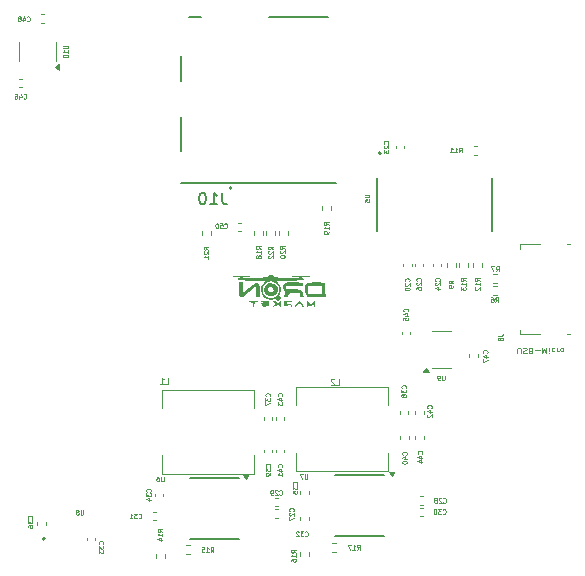
<source format=gbr>
%TF.GenerationSoftware,KiCad,Pcbnew,9.0.0*%
%TF.CreationDate,2025-03-25T10:56:33+03:00*%
%TF.ProjectId,Autopilot DronmarketV2,4175746f-7069-46c6-9f74-2044726f6e6d,rev?*%
%TF.SameCoordinates,Original*%
%TF.FileFunction,Legend,Bot*%
%TF.FilePolarity,Positive*%
%FSLAX46Y46*%
G04 Gerber Fmt 4.6, Leading zero omitted, Abs format (unit mm)*
G04 Created by KiCad (PCBNEW 9.0.0) date 2025-03-25 10:56:33*
%MOMM*%
%LPD*%
G01*
G04 APERTURE LIST*
%ADD10C,0.125000*%
%ADD11C,0.150000*%
%ADD12C,0.100000*%
%ADD13C,0.300000*%
%ADD14C,0.127000*%
%ADD15C,0.200000*%
%ADD16C,0.120000*%
%ADD17C,0.000000*%
G04 APERTURE END LIST*
D10*
X194301283Y-80897690D02*
X194301283Y-80492928D01*
X194301283Y-80492928D02*
X194325093Y-80445309D01*
X194325093Y-80445309D02*
X194348902Y-80421500D01*
X194348902Y-80421500D02*
X194396521Y-80397690D01*
X194396521Y-80397690D02*
X194491759Y-80397690D01*
X194491759Y-80397690D02*
X194539378Y-80421500D01*
X194539378Y-80421500D02*
X194563188Y-80445309D01*
X194563188Y-80445309D02*
X194586997Y-80492928D01*
X194586997Y-80492928D02*
X194586997Y-80897690D01*
X194801284Y-80421500D02*
X194872712Y-80397690D01*
X194872712Y-80397690D02*
X194991760Y-80397690D01*
X194991760Y-80397690D02*
X195039379Y-80421500D01*
X195039379Y-80421500D02*
X195063188Y-80445309D01*
X195063188Y-80445309D02*
X195086998Y-80492928D01*
X195086998Y-80492928D02*
X195086998Y-80540547D01*
X195086998Y-80540547D02*
X195063188Y-80588166D01*
X195063188Y-80588166D02*
X195039379Y-80611976D01*
X195039379Y-80611976D02*
X194991760Y-80635785D01*
X194991760Y-80635785D02*
X194896522Y-80659595D01*
X194896522Y-80659595D02*
X194848903Y-80683404D01*
X194848903Y-80683404D02*
X194825093Y-80707214D01*
X194825093Y-80707214D02*
X194801284Y-80754833D01*
X194801284Y-80754833D02*
X194801284Y-80802452D01*
X194801284Y-80802452D02*
X194825093Y-80850071D01*
X194825093Y-80850071D02*
X194848903Y-80873880D01*
X194848903Y-80873880D02*
X194896522Y-80897690D01*
X194896522Y-80897690D02*
X195015569Y-80897690D01*
X195015569Y-80897690D02*
X195086998Y-80873880D01*
X195467950Y-80659595D02*
X195539378Y-80635785D01*
X195539378Y-80635785D02*
X195563188Y-80611976D01*
X195563188Y-80611976D02*
X195586997Y-80564357D01*
X195586997Y-80564357D02*
X195586997Y-80492928D01*
X195586997Y-80492928D02*
X195563188Y-80445309D01*
X195563188Y-80445309D02*
X195539378Y-80421500D01*
X195539378Y-80421500D02*
X195491759Y-80397690D01*
X195491759Y-80397690D02*
X195301283Y-80397690D01*
X195301283Y-80397690D02*
X195301283Y-80897690D01*
X195301283Y-80897690D02*
X195467950Y-80897690D01*
X195467950Y-80897690D02*
X195515569Y-80873880D01*
X195515569Y-80873880D02*
X195539378Y-80850071D01*
X195539378Y-80850071D02*
X195563188Y-80802452D01*
X195563188Y-80802452D02*
X195563188Y-80754833D01*
X195563188Y-80754833D02*
X195539378Y-80707214D01*
X195539378Y-80707214D02*
X195515569Y-80683404D01*
X195515569Y-80683404D02*
X195467950Y-80659595D01*
X195467950Y-80659595D02*
X195301283Y-80659595D01*
X195801283Y-80588166D02*
X196182236Y-80588166D01*
X196420331Y-80397690D02*
X196420331Y-80897690D01*
X196420331Y-80897690D02*
X196586998Y-80540547D01*
X196586998Y-80540547D02*
X196753664Y-80897690D01*
X196753664Y-80897690D02*
X196753664Y-80397690D01*
X196991760Y-80397690D02*
X196991760Y-80731023D01*
X196991760Y-80897690D02*
X196967951Y-80873880D01*
X196967951Y-80873880D02*
X196991760Y-80850071D01*
X196991760Y-80850071D02*
X197015570Y-80873880D01*
X197015570Y-80873880D02*
X196991760Y-80897690D01*
X196991760Y-80897690D02*
X196991760Y-80850071D01*
X197444141Y-80421500D02*
X197396522Y-80397690D01*
X197396522Y-80397690D02*
X197301284Y-80397690D01*
X197301284Y-80397690D02*
X197253665Y-80421500D01*
X197253665Y-80421500D02*
X197229855Y-80445309D01*
X197229855Y-80445309D02*
X197206046Y-80492928D01*
X197206046Y-80492928D02*
X197206046Y-80635785D01*
X197206046Y-80635785D02*
X197229855Y-80683404D01*
X197229855Y-80683404D02*
X197253665Y-80707214D01*
X197253665Y-80707214D02*
X197301284Y-80731023D01*
X197301284Y-80731023D02*
X197396522Y-80731023D01*
X197396522Y-80731023D02*
X197444141Y-80707214D01*
X197658426Y-80397690D02*
X197658426Y-80731023D01*
X197658426Y-80635785D02*
X197682236Y-80683404D01*
X197682236Y-80683404D02*
X197706045Y-80707214D01*
X197706045Y-80707214D02*
X197753664Y-80731023D01*
X197753664Y-80731023D02*
X197801283Y-80731023D01*
X198039379Y-80397690D02*
X197991760Y-80421500D01*
X197991760Y-80421500D02*
X197967950Y-80445309D01*
X197967950Y-80445309D02*
X197944141Y-80492928D01*
X197944141Y-80492928D02*
X197944141Y-80635785D01*
X197944141Y-80635785D02*
X197967950Y-80683404D01*
X197967950Y-80683404D02*
X197991760Y-80707214D01*
X197991760Y-80707214D02*
X198039379Y-80731023D01*
X198039379Y-80731023D02*
X198110807Y-80731023D01*
X198110807Y-80731023D02*
X198158426Y-80707214D01*
X198158426Y-80707214D02*
X198182236Y-80683404D01*
X198182236Y-80683404D02*
X198206045Y-80635785D01*
X198206045Y-80635785D02*
X198206045Y-80492928D01*
X198206045Y-80492928D02*
X198182236Y-80445309D01*
X198182236Y-80445309D02*
X198158426Y-80421500D01*
X198158426Y-80421500D02*
X198110807Y-80397690D01*
X198110807Y-80397690D02*
X198039379Y-80397690D01*
D11*
X169312412Y-67285196D02*
X169312412Y-67999971D01*
X169312412Y-67999971D02*
X169360064Y-68142926D01*
X169360064Y-68142926D02*
X169455367Y-68238230D01*
X169455367Y-68238230D02*
X169598322Y-68285881D01*
X169598322Y-68285881D02*
X169693626Y-68285881D01*
X168311727Y-68285881D02*
X168883547Y-68285881D01*
X168597637Y-68285881D02*
X168597637Y-67285196D01*
X168597637Y-67285196D02*
X168692940Y-67428151D01*
X168692940Y-67428151D02*
X168788244Y-67523455D01*
X168788244Y-67523455D02*
X168883547Y-67571106D01*
X167692256Y-67285196D02*
X167596952Y-67285196D01*
X167596952Y-67285196D02*
X167501649Y-67332848D01*
X167501649Y-67332848D02*
X167453997Y-67380500D01*
X167453997Y-67380500D02*
X167406346Y-67475803D01*
X167406346Y-67475803D02*
X167358694Y-67666410D01*
X167358694Y-67666410D02*
X167358694Y-67904668D01*
X167358694Y-67904668D02*
X167406346Y-68095275D01*
X167406346Y-68095275D02*
X167453997Y-68190578D01*
X167453997Y-68190578D02*
X167501649Y-68238230D01*
X167501649Y-68238230D02*
X167596952Y-68285881D01*
X167596952Y-68285881D02*
X167692256Y-68285881D01*
X167692256Y-68285881D02*
X167787559Y-68238230D01*
X167787559Y-68238230D02*
X167835211Y-68190578D01*
X167835211Y-68190578D02*
X167882862Y-68095275D01*
X167882862Y-68095275D02*
X167930514Y-67904668D01*
X167930514Y-67904668D02*
X167930514Y-67666410D01*
X167930514Y-67666410D02*
X167882862Y-67475803D01*
X167882862Y-67475803D02*
X167835211Y-67380500D01*
X167835211Y-67380500D02*
X167787559Y-67332848D01*
X167787559Y-67332848D02*
X167692256Y-67285196D01*
D12*
X192491666Y-73929847D02*
X192624999Y-73739371D01*
X192720237Y-73929847D02*
X192720237Y-73529847D01*
X192720237Y-73529847D02*
X192567856Y-73529847D01*
X192567856Y-73529847D02*
X192529761Y-73548895D01*
X192529761Y-73548895D02*
X192510714Y-73567942D01*
X192510714Y-73567942D02*
X192491666Y-73606038D01*
X192491666Y-73606038D02*
X192491666Y-73663180D01*
X192491666Y-73663180D02*
X192510714Y-73701276D01*
X192510714Y-73701276D02*
X192529761Y-73720323D01*
X192529761Y-73720323D02*
X192567856Y-73739371D01*
X192567856Y-73739371D02*
X192720237Y-73739371D01*
X192358333Y-73529847D02*
X192091666Y-73529847D01*
X192091666Y-73529847D02*
X192263095Y-73929847D01*
X185141752Y-74792857D02*
X185160800Y-74773809D01*
X185160800Y-74773809D02*
X185179847Y-74716667D01*
X185179847Y-74716667D02*
X185179847Y-74678571D01*
X185179847Y-74678571D02*
X185160800Y-74621428D01*
X185160800Y-74621428D02*
X185122704Y-74583333D01*
X185122704Y-74583333D02*
X185084609Y-74564286D01*
X185084609Y-74564286D02*
X185008419Y-74545238D01*
X185008419Y-74545238D02*
X184951276Y-74545238D01*
X184951276Y-74545238D02*
X184875085Y-74564286D01*
X184875085Y-74564286D02*
X184836990Y-74583333D01*
X184836990Y-74583333D02*
X184798895Y-74621428D01*
X184798895Y-74621428D02*
X184779847Y-74678571D01*
X184779847Y-74678571D02*
X184779847Y-74716667D01*
X184779847Y-74716667D02*
X184798895Y-74773809D01*
X184798895Y-74773809D02*
X184817942Y-74792857D01*
X184817942Y-74945238D02*
X184798895Y-74964286D01*
X184798895Y-74964286D02*
X184779847Y-75002381D01*
X184779847Y-75002381D02*
X184779847Y-75097619D01*
X184779847Y-75097619D02*
X184798895Y-75135714D01*
X184798895Y-75135714D02*
X184817942Y-75154762D01*
X184817942Y-75154762D02*
X184856038Y-75173809D01*
X184856038Y-75173809D02*
X184894133Y-75173809D01*
X184894133Y-75173809D02*
X184951276Y-75154762D01*
X184951276Y-75154762D02*
X185179847Y-74926190D01*
X185179847Y-74926190D02*
X185179847Y-75173809D01*
X184779847Y-75421428D02*
X184779847Y-75459523D01*
X184779847Y-75459523D02*
X184798895Y-75497619D01*
X184798895Y-75497619D02*
X184817942Y-75516666D01*
X184817942Y-75516666D02*
X184856038Y-75535714D01*
X184856038Y-75535714D02*
X184932228Y-75554761D01*
X184932228Y-75554761D02*
X185027466Y-75554761D01*
X185027466Y-75554761D02*
X185103657Y-75535714D01*
X185103657Y-75535714D02*
X185141752Y-75516666D01*
X185141752Y-75516666D02*
X185160800Y-75497619D01*
X185160800Y-75497619D02*
X185179847Y-75459523D01*
X185179847Y-75459523D02*
X185179847Y-75421428D01*
X185179847Y-75421428D02*
X185160800Y-75383333D01*
X185160800Y-75383333D02*
X185141752Y-75364285D01*
X185141752Y-75364285D02*
X185103657Y-75345238D01*
X185103657Y-75345238D02*
X185027466Y-75326190D01*
X185027466Y-75326190D02*
X184932228Y-75326190D01*
X184932228Y-75326190D02*
X184856038Y-75345238D01*
X184856038Y-75345238D02*
X184817942Y-75364285D01*
X184817942Y-75364285D02*
X184798895Y-75383333D01*
X184798895Y-75383333D02*
X184779847Y-75421428D01*
X183356752Y-63142857D02*
X183375800Y-63123809D01*
X183375800Y-63123809D02*
X183394847Y-63066667D01*
X183394847Y-63066667D02*
X183394847Y-63028571D01*
X183394847Y-63028571D02*
X183375800Y-62971428D01*
X183375800Y-62971428D02*
X183337704Y-62933333D01*
X183337704Y-62933333D02*
X183299609Y-62914286D01*
X183299609Y-62914286D02*
X183223419Y-62895238D01*
X183223419Y-62895238D02*
X183166276Y-62895238D01*
X183166276Y-62895238D02*
X183090085Y-62914286D01*
X183090085Y-62914286D02*
X183051990Y-62933333D01*
X183051990Y-62933333D02*
X183013895Y-62971428D01*
X183013895Y-62971428D02*
X182994847Y-63028571D01*
X182994847Y-63028571D02*
X182994847Y-63066667D01*
X182994847Y-63066667D02*
X183013895Y-63123809D01*
X183013895Y-63123809D02*
X183032942Y-63142857D01*
X183032942Y-63295238D02*
X183013895Y-63314286D01*
X183013895Y-63314286D02*
X182994847Y-63352381D01*
X182994847Y-63352381D02*
X182994847Y-63447619D01*
X182994847Y-63447619D02*
X183013895Y-63485714D01*
X183013895Y-63485714D02*
X183032942Y-63504762D01*
X183032942Y-63504762D02*
X183071038Y-63523809D01*
X183071038Y-63523809D02*
X183109133Y-63523809D01*
X183109133Y-63523809D02*
X183166276Y-63504762D01*
X183166276Y-63504762D02*
X183394847Y-63276190D01*
X183394847Y-63276190D02*
X183394847Y-63523809D01*
X182994847Y-63657142D02*
X182994847Y-63904761D01*
X182994847Y-63904761D02*
X183147228Y-63771428D01*
X183147228Y-63771428D02*
X183147228Y-63828571D01*
X183147228Y-63828571D02*
X183166276Y-63866666D01*
X183166276Y-63866666D02*
X183185323Y-63885714D01*
X183185323Y-63885714D02*
X183223419Y-63904761D01*
X183223419Y-63904761D02*
X183318657Y-63904761D01*
X183318657Y-63904761D02*
X183356752Y-63885714D01*
X183356752Y-63885714D02*
X183375800Y-63866666D01*
X183375800Y-63866666D02*
X183394847Y-63828571D01*
X183394847Y-63828571D02*
X183394847Y-63714285D01*
X183394847Y-63714285D02*
X183375800Y-63676190D01*
X183375800Y-63676190D02*
X183356752Y-63657142D01*
X175554847Y-97766498D02*
X175364371Y-97633165D01*
X175554847Y-97537927D02*
X175154847Y-97537927D01*
X175154847Y-97537927D02*
X175154847Y-97690308D01*
X175154847Y-97690308D02*
X175173895Y-97728403D01*
X175173895Y-97728403D02*
X175192942Y-97747450D01*
X175192942Y-97747450D02*
X175231038Y-97766498D01*
X175231038Y-97766498D02*
X175288180Y-97766498D01*
X175288180Y-97766498D02*
X175326276Y-97747450D01*
X175326276Y-97747450D02*
X175345323Y-97728403D01*
X175345323Y-97728403D02*
X175364371Y-97690308D01*
X175364371Y-97690308D02*
X175364371Y-97537927D01*
X175554847Y-98147450D02*
X175554847Y-97918879D01*
X175554847Y-98033165D02*
X175154847Y-98033165D01*
X175154847Y-98033165D02*
X175211990Y-97995069D01*
X175211990Y-97995069D02*
X175250085Y-97956974D01*
X175250085Y-97956974D02*
X175269133Y-97918879D01*
X175154847Y-98490307D02*
X175154847Y-98414117D01*
X175154847Y-98414117D02*
X175173895Y-98376021D01*
X175173895Y-98376021D02*
X175192942Y-98356974D01*
X175192942Y-98356974D02*
X175250085Y-98318879D01*
X175250085Y-98318879D02*
X175326276Y-98299831D01*
X175326276Y-98299831D02*
X175478657Y-98299831D01*
X175478657Y-98299831D02*
X175516752Y-98318879D01*
X175516752Y-98318879D02*
X175535800Y-98337926D01*
X175535800Y-98337926D02*
X175554847Y-98376021D01*
X175554847Y-98376021D02*
X175554847Y-98452212D01*
X175554847Y-98452212D02*
X175535800Y-98490307D01*
X175535800Y-98490307D02*
X175516752Y-98509355D01*
X175516752Y-98509355D02*
X175478657Y-98528402D01*
X175478657Y-98528402D02*
X175383419Y-98528402D01*
X175383419Y-98528402D02*
X175345323Y-98509355D01*
X175345323Y-98509355D02*
X175326276Y-98490307D01*
X175326276Y-98490307D02*
X175307228Y-98452212D01*
X175307228Y-98452212D02*
X175307228Y-98376021D01*
X175307228Y-98376021D02*
X175326276Y-98337926D01*
X175326276Y-98337926D02*
X175345323Y-98318879D01*
X175345323Y-98318879D02*
X175383419Y-98299831D01*
X188032142Y-93501752D02*
X188051190Y-93520800D01*
X188051190Y-93520800D02*
X188108332Y-93539847D01*
X188108332Y-93539847D02*
X188146428Y-93539847D01*
X188146428Y-93539847D02*
X188203571Y-93520800D01*
X188203571Y-93520800D02*
X188241666Y-93482704D01*
X188241666Y-93482704D02*
X188260713Y-93444609D01*
X188260713Y-93444609D02*
X188279761Y-93368419D01*
X188279761Y-93368419D02*
X188279761Y-93311276D01*
X188279761Y-93311276D02*
X188260713Y-93235085D01*
X188260713Y-93235085D02*
X188241666Y-93196990D01*
X188241666Y-93196990D02*
X188203571Y-93158895D01*
X188203571Y-93158895D02*
X188146428Y-93139847D01*
X188146428Y-93139847D02*
X188108332Y-93139847D01*
X188108332Y-93139847D02*
X188051190Y-93158895D01*
X188051190Y-93158895D02*
X188032142Y-93177942D01*
X187879761Y-93177942D02*
X187860713Y-93158895D01*
X187860713Y-93158895D02*
X187822618Y-93139847D01*
X187822618Y-93139847D02*
X187727380Y-93139847D01*
X187727380Y-93139847D02*
X187689285Y-93158895D01*
X187689285Y-93158895D02*
X187670237Y-93177942D01*
X187670237Y-93177942D02*
X187651190Y-93216038D01*
X187651190Y-93216038D02*
X187651190Y-93254133D01*
X187651190Y-93254133D02*
X187670237Y-93311276D01*
X187670237Y-93311276D02*
X187898809Y-93539847D01*
X187898809Y-93539847D02*
X187651190Y-93539847D01*
X187422619Y-93311276D02*
X187460714Y-93292228D01*
X187460714Y-93292228D02*
X187479761Y-93273180D01*
X187479761Y-93273180D02*
X187498809Y-93235085D01*
X187498809Y-93235085D02*
X187498809Y-93216038D01*
X187498809Y-93216038D02*
X187479761Y-93177942D01*
X187479761Y-93177942D02*
X187460714Y-93158895D01*
X187460714Y-93158895D02*
X187422619Y-93139847D01*
X187422619Y-93139847D02*
X187346428Y-93139847D01*
X187346428Y-93139847D02*
X187308333Y-93158895D01*
X187308333Y-93158895D02*
X187289285Y-93177942D01*
X187289285Y-93177942D02*
X187270238Y-93216038D01*
X187270238Y-93216038D02*
X187270238Y-93235085D01*
X187270238Y-93235085D02*
X187289285Y-93273180D01*
X187289285Y-93273180D02*
X187308333Y-93292228D01*
X187308333Y-93292228D02*
X187346428Y-93311276D01*
X187346428Y-93311276D02*
X187422619Y-93311276D01*
X187422619Y-93311276D02*
X187460714Y-93330323D01*
X187460714Y-93330323D02*
X187479761Y-93349371D01*
X187479761Y-93349371D02*
X187498809Y-93387466D01*
X187498809Y-93387466D02*
X187498809Y-93463657D01*
X187498809Y-93463657D02*
X187479761Y-93501752D01*
X187479761Y-93501752D02*
X187460714Y-93520800D01*
X187460714Y-93520800D02*
X187422619Y-93539847D01*
X187422619Y-93539847D02*
X187346428Y-93539847D01*
X187346428Y-93539847D02*
X187308333Y-93520800D01*
X187308333Y-93520800D02*
X187289285Y-93501752D01*
X187289285Y-93501752D02*
X187270238Y-93463657D01*
X187270238Y-93463657D02*
X187270238Y-93387466D01*
X187270238Y-93387466D02*
X187289285Y-93349371D01*
X187289285Y-93349371D02*
X187308333Y-93330323D01*
X187308333Y-93330323D02*
X187346428Y-93311276D01*
X187982142Y-94451752D02*
X188001190Y-94470800D01*
X188001190Y-94470800D02*
X188058332Y-94489847D01*
X188058332Y-94489847D02*
X188096428Y-94489847D01*
X188096428Y-94489847D02*
X188153571Y-94470800D01*
X188153571Y-94470800D02*
X188191666Y-94432704D01*
X188191666Y-94432704D02*
X188210713Y-94394609D01*
X188210713Y-94394609D02*
X188229761Y-94318419D01*
X188229761Y-94318419D02*
X188229761Y-94261276D01*
X188229761Y-94261276D02*
X188210713Y-94185085D01*
X188210713Y-94185085D02*
X188191666Y-94146990D01*
X188191666Y-94146990D02*
X188153571Y-94108895D01*
X188153571Y-94108895D02*
X188096428Y-94089847D01*
X188096428Y-94089847D02*
X188058332Y-94089847D01*
X188058332Y-94089847D02*
X188001190Y-94108895D01*
X188001190Y-94108895D02*
X187982142Y-94127942D01*
X187848809Y-94089847D02*
X187601190Y-94089847D01*
X187601190Y-94089847D02*
X187734523Y-94242228D01*
X187734523Y-94242228D02*
X187677380Y-94242228D01*
X187677380Y-94242228D02*
X187639285Y-94261276D01*
X187639285Y-94261276D02*
X187620237Y-94280323D01*
X187620237Y-94280323D02*
X187601190Y-94318419D01*
X187601190Y-94318419D02*
X187601190Y-94413657D01*
X187601190Y-94413657D02*
X187620237Y-94451752D01*
X187620237Y-94451752D02*
X187639285Y-94470800D01*
X187639285Y-94470800D02*
X187677380Y-94489847D01*
X187677380Y-94489847D02*
X187791666Y-94489847D01*
X187791666Y-94489847D02*
X187829761Y-94470800D01*
X187829761Y-94470800D02*
X187848809Y-94451752D01*
X187353571Y-94089847D02*
X187315476Y-94089847D01*
X187315476Y-94089847D02*
X187277380Y-94108895D01*
X187277380Y-94108895D02*
X187258333Y-94127942D01*
X187258333Y-94127942D02*
X187239285Y-94166038D01*
X187239285Y-94166038D02*
X187220238Y-94242228D01*
X187220238Y-94242228D02*
X187220238Y-94337466D01*
X187220238Y-94337466D02*
X187239285Y-94413657D01*
X187239285Y-94413657D02*
X187258333Y-94451752D01*
X187258333Y-94451752D02*
X187277380Y-94470800D01*
X187277380Y-94470800D02*
X187315476Y-94489847D01*
X187315476Y-94489847D02*
X187353571Y-94489847D01*
X187353571Y-94489847D02*
X187391666Y-94470800D01*
X187391666Y-94470800D02*
X187410714Y-94451752D01*
X187410714Y-94451752D02*
X187429761Y-94413657D01*
X187429761Y-94413657D02*
X187448809Y-94337466D01*
X187448809Y-94337466D02*
X187448809Y-94242228D01*
X187448809Y-94242228D02*
X187429761Y-94166038D01*
X187429761Y-94166038D02*
X187410714Y-94127942D01*
X187410714Y-94127942D02*
X187391666Y-94108895D01*
X187391666Y-94108895D02*
X187353571Y-94089847D01*
X152494642Y-59289252D02*
X152513690Y-59308300D01*
X152513690Y-59308300D02*
X152570832Y-59327347D01*
X152570832Y-59327347D02*
X152608928Y-59327347D01*
X152608928Y-59327347D02*
X152666071Y-59308300D01*
X152666071Y-59308300D02*
X152704166Y-59270204D01*
X152704166Y-59270204D02*
X152723213Y-59232109D01*
X152723213Y-59232109D02*
X152742261Y-59155919D01*
X152742261Y-59155919D02*
X152742261Y-59098776D01*
X152742261Y-59098776D02*
X152723213Y-59022585D01*
X152723213Y-59022585D02*
X152704166Y-58984490D01*
X152704166Y-58984490D02*
X152666071Y-58946395D01*
X152666071Y-58946395D02*
X152608928Y-58927347D01*
X152608928Y-58927347D02*
X152570832Y-58927347D01*
X152570832Y-58927347D02*
X152513690Y-58946395D01*
X152513690Y-58946395D02*
X152494642Y-58965442D01*
X152151785Y-59060680D02*
X152151785Y-59327347D01*
X152247023Y-58908300D02*
X152342261Y-59194014D01*
X152342261Y-59194014D02*
X152094642Y-59194014D01*
X151770833Y-58927347D02*
X151847023Y-58927347D01*
X151847023Y-58927347D02*
X151885119Y-58946395D01*
X151885119Y-58946395D02*
X151904166Y-58965442D01*
X151904166Y-58965442D02*
X151942261Y-59022585D01*
X151942261Y-59022585D02*
X151961309Y-59098776D01*
X151961309Y-59098776D02*
X151961309Y-59251157D01*
X151961309Y-59251157D02*
X151942261Y-59289252D01*
X151942261Y-59289252D02*
X151923214Y-59308300D01*
X151923214Y-59308300D02*
X151885119Y-59327347D01*
X151885119Y-59327347D02*
X151808928Y-59327347D01*
X151808928Y-59327347D02*
X151770833Y-59308300D01*
X151770833Y-59308300D02*
X151751785Y-59289252D01*
X151751785Y-59289252D02*
X151732738Y-59251157D01*
X151732738Y-59251157D02*
X151732738Y-59155919D01*
X151732738Y-59155919D02*
X151751785Y-59117823D01*
X151751785Y-59117823D02*
X151770833Y-59098776D01*
X151770833Y-59098776D02*
X151808928Y-59079728D01*
X151808928Y-59079728D02*
X151885119Y-59079728D01*
X151885119Y-59079728D02*
X151923214Y-59098776D01*
X151923214Y-59098776D02*
X151942261Y-59117823D01*
X151942261Y-59117823D02*
X151961309Y-59155919D01*
X192441666Y-76554847D02*
X192574999Y-76364371D01*
X192670237Y-76554847D02*
X192670237Y-76154847D01*
X192670237Y-76154847D02*
X192517856Y-76154847D01*
X192517856Y-76154847D02*
X192479761Y-76173895D01*
X192479761Y-76173895D02*
X192460714Y-76192942D01*
X192460714Y-76192942D02*
X192441666Y-76231038D01*
X192441666Y-76231038D02*
X192441666Y-76288180D01*
X192441666Y-76288180D02*
X192460714Y-76326276D01*
X192460714Y-76326276D02*
X192479761Y-76345323D01*
X192479761Y-76345323D02*
X192517856Y-76364371D01*
X192517856Y-76364371D02*
X192670237Y-76364371D01*
X192098809Y-76154847D02*
X192174999Y-76154847D01*
X192174999Y-76154847D02*
X192213095Y-76173895D01*
X192213095Y-76173895D02*
X192232142Y-76192942D01*
X192232142Y-76192942D02*
X192270237Y-76250085D01*
X192270237Y-76250085D02*
X192289285Y-76326276D01*
X192289285Y-76326276D02*
X192289285Y-76478657D01*
X192289285Y-76478657D02*
X192270237Y-76516752D01*
X192270237Y-76516752D02*
X192251190Y-76535800D01*
X192251190Y-76535800D02*
X192213095Y-76554847D01*
X192213095Y-76554847D02*
X192136904Y-76554847D01*
X192136904Y-76554847D02*
X192098809Y-76535800D01*
X192098809Y-76535800D02*
X192079761Y-76516752D01*
X192079761Y-76516752D02*
X192060714Y-76478657D01*
X192060714Y-76478657D02*
X192060714Y-76383419D01*
X192060714Y-76383419D02*
X192079761Y-76345323D01*
X192079761Y-76345323D02*
X192098809Y-76326276D01*
X192098809Y-76326276D02*
X192136904Y-76307228D01*
X192136904Y-76307228D02*
X192213095Y-76307228D01*
X192213095Y-76307228D02*
X192251190Y-76326276D01*
X192251190Y-76326276D02*
X192270237Y-76345323D01*
X192270237Y-76345323D02*
X192289285Y-76383419D01*
X178329847Y-70002857D02*
X178139371Y-69869524D01*
X178329847Y-69774286D02*
X177929847Y-69774286D01*
X177929847Y-69774286D02*
X177929847Y-69926667D01*
X177929847Y-69926667D02*
X177948895Y-69964762D01*
X177948895Y-69964762D02*
X177967942Y-69983809D01*
X177967942Y-69983809D02*
X178006038Y-70002857D01*
X178006038Y-70002857D02*
X178063180Y-70002857D01*
X178063180Y-70002857D02*
X178101276Y-69983809D01*
X178101276Y-69983809D02*
X178120323Y-69964762D01*
X178120323Y-69964762D02*
X178139371Y-69926667D01*
X178139371Y-69926667D02*
X178139371Y-69774286D01*
X178329847Y-70383809D02*
X178329847Y-70155238D01*
X178329847Y-70269524D02*
X177929847Y-70269524D01*
X177929847Y-70269524D02*
X177986990Y-70231428D01*
X177986990Y-70231428D02*
X178025085Y-70193333D01*
X178025085Y-70193333D02*
X178044133Y-70155238D01*
X178329847Y-70574285D02*
X178329847Y-70650476D01*
X178329847Y-70650476D02*
X178310800Y-70688571D01*
X178310800Y-70688571D02*
X178291752Y-70707619D01*
X178291752Y-70707619D02*
X178234609Y-70745714D01*
X178234609Y-70745714D02*
X178158419Y-70764761D01*
X178158419Y-70764761D02*
X178006038Y-70764761D01*
X178006038Y-70764761D02*
X177967942Y-70745714D01*
X177967942Y-70745714D02*
X177948895Y-70726666D01*
X177948895Y-70726666D02*
X177929847Y-70688571D01*
X177929847Y-70688571D02*
X177929847Y-70612380D01*
X177929847Y-70612380D02*
X177948895Y-70574285D01*
X177948895Y-70574285D02*
X177967942Y-70555238D01*
X177967942Y-70555238D02*
X178006038Y-70536190D01*
X178006038Y-70536190D02*
X178101276Y-70536190D01*
X178101276Y-70536190D02*
X178139371Y-70555238D01*
X178139371Y-70555238D02*
X178158419Y-70574285D01*
X178158419Y-70574285D02*
X178177466Y-70612380D01*
X178177466Y-70612380D02*
X178177466Y-70688571D01*
X178177466Y-70688571D02*
X178158419Y-70726666D01*
X178158419Y-70726666D02*
X178139371Y-70745714D01*
X178139371Y-70745714D02*
X178101276Y-70764761D01*
X168332142Y-97704847D02*
X168465475Y-97514371D01*
X168560713Y-97704847D02*
X168560713Y-97304847D01*
X168560713Y-97304847D02*
X168408332Y-97304847D01*
X168408332Y-97304847D02*
X168370237Y-97323895D01*
X168370237Y-97323895D02*
X168351190Y-97342942D01*
X168351190Y-97342942D02*
X168332142Y-97381038D01*
X168332142Y-97381038D02*
X168332142Y-97438180D01*
X168332142Y-97438180D02*
X168351190Y-97476276D01*
X168351190Y-97476276D02*
X168370237Y-97495323D01*
X168370237Y-97495323D02*
X168408332Y-97514371D01*
X168408332Y-97514371D02*
X168560713Y-97514371D01*
X167951190Y-97704847D02*
X168179761Y-97704847D01*
X168065475Y-97704847D02*
X168065475Y-97304847D01*
X168065475Y-97304847D02*
X168103571Y-97361990D01*
X168103571Y-97361990D02*
X168141666Y-97400085D01*
X168141666Y-97400085D02*
X168179761Y-97419133D01*
X167589285Y-97304847D02*
X167779761Y-97304847D01*
X167779761Y-97304847D02*
X167798809Y-97495323D01*
X167798809Y-97495323D02*
X167779761Y-97476276D01*
X167779761Y-97476276D02*
X167741666Y-97457228D01*
X167741666Y-97457228D02*
X167646428Y-97457228D01*
X167646428Y-97457228D02*
X167608333Y-97476276D01*
X167608333Y-97476276D02*
X167589285Y-97495323D01*
X167589285Y-97495323D02*
X167570238Y-97533419D01*
X167570238Y-97533419D02*
X167570238Y-97628657D01*
X167570238Y-97628657D02*
X167589285Y-97666752D01*
X167589285Y-97666752D02*
X167608333Y-97685800D01*
X167608333Y-97685800D02*
X167646428Y-97704847D01*
X167646428Y-97704847D02*
X167741666Y-97704847D01*
X167741666Y-97704847D02*
X167779761Y-97685800D01*
X167779761Y-97685800D02*
X167798809Y-97666752D01*
X164508333Y-83451109D02*
X164746428Y-83451109D01*
X164746428Y-83451109D02*
X164746428Y-82951109D01*
X164079761Y-83451109D02*
X164365475Y-83451109D01*
X164222618Y-83451109D02*
X164222618Y-82951109D01*
X164222618Y-82951109D02*
X164270237Y-83022538D01*
X164270237Y-83022538D02*
X164317856Y-83070157D01*
X164317856Y-83070157D02*
X164365475Y-83093966D01*
X155842347Y-54829762D02*
X156166157Y-54829762D01*
X156166157Y-54829762D02*
X156204252Y-54848809D01*
X156204252Y-54848809D02*
X156223300Y-54867857D01*
X156223300Y-54867857D02*
X156242347Y-54905952D01*
X156242347Y-54905952D02*
X156242347Y-54982143D01*
X156242347Y-54982143D02*
X156223300Y-55020238D01*
X156223300Y-55020238D02*
X156204252Y-55039285D01*
X156204252Y-55039285D02*
X156166157Y-55058333D01*
X156166157Y-55058333D02*
X155842347Y-55058333D01*
X156242347Y-55458333D02*
X156242347Y-55229762D01*
X156242347Y-55344048D02*
X155842347Y-55344048D01*
X155842347Y-55344048D02*
X155899490Y-55305952D01*
X155899490Y-55305952D02*
X155937585Y-55267857D01*
X155937585Y-55267857D02*
X155956633Y-55229762D01*
X155842347Y-55705952D02*
X155842347Y-55744047D01*
X155842347Y-55744047D02*
X155861395Y-55782143D01*
X155861395Y-55782143D02*
X155880442Y-55801190D01*
X155880442Y-55801190D02*
X155918538Y-55820238D01*
X155918538Y-55820238D02*
X155994728Y-55839285D01*
X155994728Y-55839285D02*
X156089966Y-55839285D01*
X156089966Y-55839285D02*
X156166157Y-55820238D01*
X156166157Y-55820238D02*
X156204252Y-55801190D01*
X156204252Y-55801190D02*
X156223300Y-55782143D01*
X156223300Y-55782143D02*
X156242347Y-55744047D01*
X156242347Y-55744047D02*
X156242347Y-55705952D01*
X156242347Y-55705952D02*
X156223300Y-55667857D01*
X156223300Y-55667857D02*
X156204252Y-55648809D01*
X156204252Y-55648809D02*
X156166157Y-55629762D01*
X156166157Y-55629762D02*
X156089966Y-55610714D01*
X156089966Y-55610714D02*
X155994728Y-55610714D01*
X155994728Y-55610714D02*
X155918538Y-55629762D01*
X155918538Y-55629762D02*
X155880442Y-55648809D01*
X155880442Y-55648809D02*
X155861395Y-55667857D01*
X155861395Y-55667857D02*
X155842347Y-55705952D01*
X176327142Y-96331752D02*
X176346190Y-96350800D01*
X176346190Y-96350800D02*
X176403332Y-96369847D01*
X176403332Y-96369847D02*
X176441428Y-96369847D01*
X176441428Y-96369847D02*
X176498571Y-96350800D01*
X176498571Y-96350800D02*
X176536666Y-96312704D01*
X176536666Y-96312704D02*
X176555713Y-96274609D01*
X176555713Y-96274609D02*
X176574761Y-96198419D01*
X176574761Y-96198419D02*
X176574761Y-96141276D01*
X176574761Y-96141276D02*
X176555713Y-96065085D01*
X176555713Y-96065085D02*
X176536666Y-96026990D01*
X176536666Y-96026990D02*
X176498571Y-95988895D01*
X176498571Y-95988895D02*
X176441428Y-95969847D01*
X176441428Y-95969847D02*
X176403332Y-95969847D01*
X176403332Y-95969847D02*
X176346190Y-95988895D01*
X176346190Y-95988895D02*
X176327142Y-96007942D01*
X176193809Y-95969847D02*
X175946190Y-95969847D01*
X175946190Y-95969847D02*
X176079523Y-96122228D01*
X176079523Y-96122228D02*
X176022380Y-96122228D01*
X176022380Y-96122228D02*
X175984285Y-96141276D01*
X175984285Y-96141276D02*
X175965237Y-96160323D01*
X175965237Y-96160323D02*
X175946190Y-96198419D01*
X175946190Y-96198419D02*
X175946190Y-96293657D01*
X175946190Y-96293657D02*
X175965237Y-96331752D01*
X175965237Y-96331752D02*
X175984285Y-96350800D01*
X175984285Y-96350800D02*
X176022380Y-96369847D01*
X176022380Y-96369847D02*
X176136666Y-96369847D01*
X176136666Y-96369847D02*
X176174761Y-96350800D01*
X176174761Y-96350800D02*
X176193809Y-96331752D01*
X175793809Y-96007942D02*
X175774761Y-95988895D01*
X175774761Y-95988895D02*
X175736666Y-95969847D01*
X175736666Y-95969847D02*
X175641428Y-95969847D01*
X175641428Y-95969847D02*
X175603333Y-95988895D01*
X175603333Y-95988895D02*
X175584285Y-96007942D01*
X175584285Y-96007942D02*
X175565238Y-96046038D01*
X175565238Y-96046038D02*
X175565238Y-96084133D01*
X175565238Y-96084133D02*
X175584285Y-96141276D01*
X175584285Y-96141276D02*
X175812857Y-96369847D01*
X175812857Y-96369847D02*
X175565238Y-96369847D01*
X152774642Y-52729252D02*
X152793690Y-52748300D01*
X152793690Y-52748300D02*
X152850832Y-52767347D01*
X152850832Y-52767347D02*
X152888928Y-52767347D01*
X152888928Y-52767347D02*
X152946071Y-52748300D01*
X152946071Y-52748300D02*
X152984166Y-52710204D01*
X152984166Y-52710204D02*
X153003213Y-52672109D01*
X153003213Y-52672109D02*
X153022261Y-52595919D01*
X153022261Y-52595919D02*
X153022261Y-52538776D01*
X153022261Y-52538776D02*
X153003213Y-52462585D01*
X153003213Y-52462585D02*
X152984166Y-52424490D01*
X152984166Y-52424490D02*
X152946071Y-52386395D01*
X152946071Y-52386395D02*
X152888928Y-52367347D01*
X152888928Y-52367347D02*
X152850832Y-52367347D01*
X152850832Y-52367347D02*
X152793690Y-52386395D01*
X152793690Y-52386395D02*
X152774642Y-52405442D01*
X152431785Y-52500680D02*
X152431785Y-52767347D01*
X152527023Y-52348300D02*
X152622261Y-52634014D01*
X152622261Y-52634014D02*
X152374642Y-52634014D01*
X152165119Y-52538776D02*
X152203214Y-52519728D01*
X152203214Y-52519728D02*
X152222261Y-52500680D01*
X152222261Y-52500680D02*
X152241309Y-52462585D01*
X152241309Y-52462585D02*
X152241309Y-52443538D01*
X152241309Y-52443538D02*
X152222261Y-52405442D01*
X152222261Y-52405442D02*
X152203214Y-52386395D01*
X152203214Y-52386395D02*
X152165119Y-52367347D01*
X152165119Y-52367347D02*
X152088928Y-52367347D01*
X152088928Y-52367347D02*
X152050833Y-52386395D01*
X152050833Y-52386395D02*
X152031785Y-52405442D01*
X152031785Y-52405442D02*
X152012738Y-52443538D01*
X152012738Y-52443538D02*
X152012738Y-52462585D01*
X152012738Y-52462585D02*
X152031785Y-52500680D01*
X152031785Y-52500680D02*
X152050833Y-52519728D01*
X152050833Y-52519728D02*
X152088928Y-52538776D01*
X152088928Y-52538776D02*
X152165119Y-52538776D01*
X152165119Y-52538776D02*
X152203214Y-52557823D01*
X152203214Y-52557823D02*
X152222261Y-52576871D01*
X152222261Y-52576871D02*
X152241309Y-52614966D01*
X152241309Y-52614966D02*
X152241309Y-52691157D01*
X152241309Y-52691157D02*
X152222261Y-52729252D01*
X152222261Y-52729252D02*
X152203214Y-52748300D01*
X152203214Y-52748300D02*
X152165119Y-52767347D01*
X152165119Y-52767347D02*
X152088928Y-52767347D01*
X152088928Y-52767347D02*
X152050833Y-52748300D01*
X152050833Y-52748300D02*
X152031785Y-52729252D01*
X152031785Y-52729252D02*
X152012738Y-52691157D01*
X152012738Y-52691157D02*
X152012738Y-52614966D01*
X152012738Y-52614966D02*
X152031785Y-52576871D01*
X152031785Y-52576871D02*
X152050833Y-52557823D01*
X152050833Y-52557823D02*
X152088928Y-52538776D01*
X186116752Y-74747857D02*
X186135800Y-74728809D01*
X186135800Y-74728809D02*
X186154847Y-74671667D01*
X186154847Y-74671667D02*
X186154847Y-74633571D01*
X186154847Y-74633571D02*
X186135800Y-74576428D01*
X186135800Y-74576428D02*
X186097704Y-74538333D01*
X186097704Y-74538333D02*
X186059609Y-74519286D01*
X186059609Y-74519286D02*
X185983419Y-74500238D01*
X185983419Y-74500238D02*
X185926276Y-74500238D01*
X185926276Y-74500238D02*
X185850085Y-74519286D01*
X185850085Y-74519286D02*
X185811990Y-74538333D01*
X185811990Y-74538333D02*
X185773895Y-74576428D01*
X185773895Y-74576428D02*
X185754847Y-74633571D01*
X185754847Y-74633571D02*
X185754847Y-74671667D01*
X185754847Y-74671667D02*
X185773895Y-74728809D01*
X185773895Y-74728809D02*
X185792942Y-74747857D01*
X185792942Y-74900238D02*
X185773895Y-74919286D01*
X185773895Y-74919286D02*
X185754847Y-74957381D01*
X185754847Y-74957381D02*
X185754847Y-75052619D01*
X185754847Y-75052619D02*
X185773895Y-75090714D01*
X185773895Y-75090714D02*
X185792942Y-75109762D01*
X185792942Y-75109762D02*
X185831038Y-75128809D01*
X185831038Y-75128809D02*
X185869133Y-75128809D01*
X185869133Y-75128809D02*
X185926276Y-75109762D01*
X185926276Y-75109762D02*
X186154847Y-74881190D01*
X186154847Y-74881190D02*
X186154847Y-75128809D01*
X185754847Y-75471666D02*
X185754847Y-75395476D01*
X185754847Y-75395476D02*
X185773895Y-75357380D01*
X185773895Y-75357380D02*
X185792942Y-75338333D01*
X185792942Y-75338333D02*
X185850085Y-75300238D01*
X185850085Y-75300238D02*
X185926276Y-75281190D01*
X185926276Y-75281190D02*
X186078657Y-75281190D01*
X186078657Y-75281190D02*
X186116752Y-75300238D01*
X186116752Y-75300238D02*
X186135800Y-75319285D01*
X186135800Y-75319285D02*
X186154847Y-75357380D01*
X186154847Y-75357380D02*
X186154847Y-75433571D01*
X186154847Y-75433571D02*
X186135800Y-75471666D01*
X186135800Y-75471666D02*
X186116752Y-75490714D01*
X186116752Y-75490714D02*
X186078657Y-75509761D01*
X186078657Y-75509761D02*
X185983419Y-75509761D01*
X185983419Y-75509761D02*
X185945323Y-75490714D01*
X185945323Y-75490714D02*
X185926276Y-75471666D01*
X185926276Y-75471666D02*
X185907228Y-75433571D01*
X185907228Y-75433571D02*
X185907228Y-75357380D01*
X185907228Y-75357380D02*
X185926276Y-75319285D01*
X185926276Y-75319285D02*
X185945323Y-75300238D01*
X185945323Y-75300238D02*
X185983419Y-75281190D01*
X172579847Y-72067857D02*
X172389371Y-71934524D01*
X172579847Y-71839286D02*
X172179847Y-71839286D01*
X172179847Y-71839286D02*
X172179847Y-71991667D01*
X172179847Y-71991667D02*
X172198895Y-72029762D01*
X172198895Y-72029762D02*
X172217942Y-72048809D01*
X172217942Y-72048809D02*
X172256038Y-72067857D01*
X172256038Y-72067857D02*
X172313180Y-72067857D01*
X172313180Y-72067857D02*
X172351276Y-72048809D01*
X172351276Y-72048809D02*
X172370323Y-72029762D01*
X172370323Y-72029762D02*
X172389371Y-71991667D01*
X172389371Y-71991667D02*
X172389371Y-71839286D01*
X172579847Y-72448809D02*
X172579847Y-72220238D01*
X172579847Y-72334524D02*
X172179847Y-72334524D01*
X172179847Y-72334524D02*
X172236990Y-72296428D01*
X172236990Y-72296428D02*
X172275085Y-72258333D01*
X172275085Y-72258333D02*
X172294133Y-72220238D01*
X172351276Y-72677380D02*
X172332228Y-72639285D01*
X172332228Y-72639285D02*
X172313180Y-72620238D01*
X172313180Y-72620238D02*
X172275085Y-72601190D01*
X172275085Y-72601190D02*
X172256038Y-72601190D01*
X172256038Y-72601190D02*
X172217942Y-72620238D01*
X172217942Y-72620238D02*
X172198895Y-72639285D01*
X172198895Y-72639285D02*
X172179847Y-72677380D01*
X172179847Y-72677380D02*
X172179847Y-72753571D01*
X172179847Y-72753571D02*
X172198895Y-72791666D01*
X172198895Y-72791666D02*
X172217942Y-72810714D01*
X172217942Y-72810714D02*
X172256038Y-72829761D01*
X172256038Y-72829761D02*
X172275085Y-72829761D01*
X172275085Y-72829761D02*
X172313180Y-72810714D01*
X172313180Y-72810714D02*
X172332228Y-72791666D01*
X172332228Y-72791666D02*
X172351276Y-72753571D01*
X172351276Y-72753571D02*
X172351276Y-72677380D01*
X172351276Y-72677380D02*
X172370323Y-72639285D01*
X172370323Y-72639285D02*
X172389371Y-72620238D01*
X172389371Y-72620238D02*
X172427466Y-72601190D01*
X172427466Y-72601190D02*
X172503657Y-72601190D01*
X172503657Y-72601190D02*
X172541752Y-72620238D01*
X172541752Y-72620238D02*
X172560800Y-72639285D01*
X172560800Y-72639285D02*
X172579847Y-72677380D01*
X172579847Y-72677380D02*
X172579847Y-72753571D01*
X172579847Y-72753571D02*
X172560800Y-72791666D01*
X172560800Y-72791666D02*
X172541752Y-72810714D01*
X172541752Y-72810714D02*
X172503657Y-72829761D01*
X172503657Y-72829761D02*
X172427466Y-72829761D01*
X172427466Y-72829761D02*
X172389371Y-72810714D01*
X172389371Y-72810714D02*
X172370323Y-72791666D01*
X172370323Y-72791666D02*
X172351276Y-72753571D01*
X189929847Y-74767857D02*
X189739371Y-74634524D01*
X189929847Y-74539286D02*
X189529847Y-74539286D01*
X189529847Y-74539286D02*
X189529847Y-74691667D01*
X189529847Y-74691667D02*
X189548895Y-74729762D01*
X189548895Y-74729762D02*
X189567942Y-74748809D01*
X189567942Y-74748809D02*
X189606038Y-74767857D01*
X189606038Y-74767857D02*
X189663180Y-74767857D01*
X189663180Y-74767857D02*
X189701276Y-74748809D01*
X189701276Y-74748809D02*
X189720323Y-74729762D01*
X189720323Y-74729762D02*
X189739371Y-74691667D01*
X189739371Y-74691667D02*
X189739371Y-74539286D01*
X189929847Y-75148809D02*
X189929847Y-74920238D01*
X189929847Y-75034524D02*
X189529847Y-75034524D01*
X189529847Y-75034524D02*
X189586990Y-74996428D01*
X189586990Y-74996428D02*
X189625085Y-74958333D01*
X189625085Y-74958333D02*
X189644133Y-74920238D01*
X189529847Y-75282142D02*
X189529847Y-75529761D01*
X189529847Y-75529761D02*
X189682228Y-75396428D01*
X189682228Y-75396428D02*
X189682228Y-75453571D01*
X189682228Y-75453571D02*
X189701276Y-75491666D01*
X189701276Y-75491666D02*
X189720323Y-75510714D01*
X189720323Y-75510714D02*
X189758419Y-75529761D01*
X189758419Y-75529761D02*
X189853657Y-75529761D01*
X189853657Y-75529761D02*
X189891752Y-75510714D01*
X189891752Y-75510714D02*
X189910800Y-75491666D01*
X189910800Y-75491666D02*
X189929847Y-75453571D01*
X189929847Y-75453571D02*
X189929847Y-75339285D01*
X189929847Y-75339285D02*
X189910800Y-75301190D01*
X189910800Y-75301190D02*
X189891752Y-75282142D01*
X174371752Y-84507857D02*
X174390800Y-84488809D01*
X174390800Y-84488809D02*
X174409847Y-84431667D01*
X174409847Y-84431667D02*
X174409847Y-84393571D01*
X174409847Y-84393571D02*
X174390800Y-84336428D01*
X174390800Y-84336428D02*
X174352704Y-84298333D01*
X174352704Y-84298333D02*
X174314609Y-84279286D01*
X174314609Y-84279286D02*
X174238419Y-84260238D01*
X174238419Y-84260238D02*
X174181276Y-84260238D01*
X174181276Y-84260238D02*
X174105085Y-84279286D01*
X174105085Y-84279286D02*
X174066990Y-84298333D01*
X174066990Y-84298333D02*
X174028895Y-84336428D01*
X174028895Y-84336428D02*
X174009847Y-84393571D01*
X174009847Y-84393571D02*
X174009847Y-84431667D01*
X174009847Y-84431667D02*
X174028895Y-84488809D01*
X174028895Y-84488809D02*
X174047942Y-84507857D01*
X174143180Y-84850714D02*
X174409847Y-84850714D01*
X173990800Y-84755476D02*
X174276514Y-84660238D01*
X174276514Y-84660238D02*
X174276514Y-84907857D01*
X174009847Y-85022142D02*
X174009847Y-85269761D01*
X174009847Y-85269761D02*
X174162228Y-85136428D01*
X174162228Y-85136428D02*
X174162228Y-85193571D01*
X174162228Y-85193571D02*
X174181276Y-85231666D01*
X174181276Y-85231666D02*
X174200323Y-85250714D01*
X174200323Y-85250714D02*
X174238419Y-85269761D01*
X174238419Y-85269761D02*
X174333657Y-85269761D01*
X174333657Y-85269761D02*
X174371752Y-85250714D01*
X174371752Y-85250714D02*
X174390800Y-85231666D01*
X174390800Y-85231666D02*
X174409847Y-85193571D01*
X174409847Y-85193571D02*
X174409847Y-85079285D01*
X174409847Y-85079285D02*
X174390800Y-85041190D01*
X174390800Y-85041190D02*
X174371752Y-85022142D01*
D13*
X174054231Y-76110574D02*
X173982802Y-76182003D01*
X173982802Y-76182003D02*
X174054231Y-76253431D01*
X174054231Y-76253431D02*
X174125659Y-76182003D01*
X174125659Y-76182003D02*
X174054231Y-76110574D01*
X174054231Y-76110574D02*
X174054231Y-76253431D01*
D12*
X174157142Y-92831752D02*
X174176190Y-92850800D01*
X174176190Y-92850800D02*
X174233332Y-92869847D01*
X174233332Y-92869847D02*
X174271428Y-92869847D01*
X174271428Y-92869847D02*
X174328571Y-92850800D01*
X174328571Y-92850800D02*
X174366666Y-92812704D01*
X174366666Y-92812704D02*
X174385713Y-92774609D01*
X174385713Y-92774609D02*
X174404761Y-92698419D01*
X174404761Y-92698419D02*
X174404761Y-92641276D01*
X174404761Y-92641276D02*
X174385713Y-92565085D01*
X174385713Y-92565085D02*
X174366666Y-92526990D01*
X174366666Y-92526990D02*
X174328571Y-92488895D01*
X174328571Y-92488895D02*
X174271428Y-92469847D01*
X174271428Y-92469847D02*
X174233332Y-92469847D01*
X174233332Y-92469847D02*
X174176190Y-92488895D01*
X174176190Y-92488895D02*
X174157142Y-92507942D01*
X174004761Y-92507942D02*
X173985713Y-92488895D01*
X173985713Y-92488895D02*
X173947618Y-92469847D01*
X173947618Y-92469847D02*
X173852380Y-92469847D01*
X173852380Y-92469847D02*
X173814285Y-92488895D01*
X173814285Y-92488895D02*
X173795237Y-92507942D01*
X173795237Y-92507942D02*
X173776190Y-92546038D01*
X173776190Y-92546038D02*
X173776190Y-92584133D01*
X173776190Y-92584133D02*
X173795237Y-92641276D01*
X173795237Y-92641276D02*
X174023809Y-92869847D01*
X174023809Y-92869847D02*
X173776190Y-92869847D01*
X173585714Y-92869847D02*
X173509523Y-92869847D01*
X173509523Y-92869847D02*
X173471428Y-92850800D01*
X173471428Y-92850800D02*
X173452380Y-92831752D01*
X173452380Y-92831752D02*
X173414285Y-92774609D01*
X173414285Y-92774609D02*
X173395238Y-92698419D01*
X173395238Y-92698419D02*
X173395238Y-92546038D01*
X173395238Y-92546038D02*
X173414285Y-92507942D01*
X173414285Y-92507942D02*
X173433333Y-92488895D01*
X173433333Y-92488895D02*
X173471428Y-92469847D01*
X173471428Y-92469847D02*
X173547619Y-92469847D01*
X173547619Y-92469847D02*
X173585714Y-92488895D01*
X173585714Y-92488895D02*
X173604761Y-92507942D01*
X173604761Y-92507942D02*
X173623809Y-92546038D01*
X173623809Y-92546038D02*
X173623809Y-92641276D01*
X173623809Y-92641276D02*
X173604761Y-92679371D01*
X173604761Y-92679371D02*
X173585714Y-92698419D01*
X173585714Y-92698419D02*
X173547619Y-92717466D01*
X173547619Y-92717466D02*
X173471428Y-92717466D01*
X173471428Y-92717466D02*
X173433333Y-92698419D01*
X173433333Y-92698419D02*
X173414285Y-92679371D01*
X173414285Y-92679371D02*
X173395238Y-92641276D01*
X178958333Y-83551109D02*
X179196428Y-83551109D01*
X179196428Y-83551109D02*
X179196428Y-83051109D01*
X178815475Y-83098728D02*
X178791666Y-83074919D01*
X178791666Y-83074919D02*
X178744047Y-83051109D01*
X178744047Y-83051109D02*
X178624999Y-83051109D01*
X178624999Y-83051109D02*
X178577380Y-83074919D01*
X178577380Y-83074919D02*
X178553571Y-83098728D01*
X178553571Y-83098728D02*
X178529761Y-83146347D01*
X178529761Y-83146347D02*
X178529761Y-83193966D01*
X178529761Y-83193966D02*
X178553571Y-83265395D01*
X178553571Y-83265395D02*
X178839285Y-83551109D01*
X178839285Y-83551109D02*
X178529761Y-83551109D01*
X173604847Y-72082857D02*
X173414371Y-71949524D01*
X173604847Y-71854286D02*
X173204847Y-71854286D01*
X173204847Y-71854286D02*
X173204847Y-72006667D01*
X173204847Y-72006667D02*
X173223895Y-72044762D01*
X173223895Y-72044762D02*
X173242942Y-72063809D01*
X173242942Y-72063809D02*
X173281038Y-72082857D01*
X173281038Y-72082857D02*
X173338180Y-72082857D01*
X173338180Y-72082857D02*
X173376276Y-72063809D01*
X173376276Y-72063809D02*
X173395323Y-72044762D01*
X173395323Y-72044762D02*
X173414371Y-72006667D01*
X173414371Y-72006667D02*
X173414371Y-71854286D01*
X173242942Y-72235238D02*
X173223895Y-72254286D01*
X173223895Y-72254286D02*
X173204847Y-72292381D01*
X173204847Y-72292381D02*
X173204847Y-72387619D01*
X173204847Y-72387619D02*
X173223895Y-72425714D01*
X173223895Y-72425714D02*
X173242942Y-72444762D01*
X173242942Y-72444762D02*
X173281038Y-72463809D01*
X173281038Y-72463809D02*
X173319133Y-72463809D01*
X173319133Y-72463809D02*
X173376276Y-72444762D01*
X173376276Y-72444762D02*
X173604847Y-72216190D01*
X173604847Y-72216190D02*
X173604847Y-72463809D01*
X173242942Y-72616190D02*
X173223895Y-72635238D01*
X173223895Y-72635238D02*
X173204847Y-72673333D01*
X173204847Y-72673333D02*
X173204847Y-72768571D01*
X173204847Y-72768571D02*
X173223895Y-72806666D01*
X173223895Y-72806666D02*
X173242942Y-72825714D01*
X173242942Y-72825714D02*
X173281038Y-72844761D01*
X173281038Y-72844761D02*
X173319133Y-72844761D01*
X173319133Y-72844761D02*
X173376276Y-72825714D01*
X173376276Y-72825714D02*
X173604847Y-72597142D01*
X173604847Y-72597142D02*
X173604847Y-72844761D01*
X185016752Y-77342857D02*
X185035800Y-77323809D01*
X185035800Y-77323809D02*
X185054847Y-77266667D01*
X185054847Y-77266667D02*
X185054847Y-77228571D01*
X185054847Y-77228571D02*
X185035800Y-77171428D01*
X185035800Y-77171428D02*
X184997704Y-77133333D01*
X184997704Y-77133333D02*
X184959609Y-77114286D01*
X184959609Y-77114286D02*
X184883419Y-77095238D01*
X184883419Y-77095238D02*
X184826276Y-77095238D01*
X184826276Y-77095238D02*
X184750085Y-77114286D01*
X184750085Y-77114286D02*
X184711990Y-77133333D01*
X184711990Y-77133333D02*
X184673895Y-77171428D01*
X184673895Y-77171428D02*
X184654847Y-77228571D01*
X184654847Y-77228571D02*
X184654847Y-77266667D01*
X184654847Y-77266667D02*
X184673895Y-77323809D01*
X184673895Y-77323809D02*
X184692942Y-77342857D01*
X184788180Y-77685714D02*
X185054847Y-77685714D01*
X184635800Y-77590476D02*
X184921514Y-77495238D01*
X184921514Y-77495238D02*
X184921514Y-77742857D01*
X184654847Y-78085714D02*
X184654847Y-77895238D01*
X184654847Y-77895238D02*
X184845323Y-77876190D01*
X184845323Y-77876190D02*
X184826276Y-77895238D01*
X184826276Y-77895238D02*
X184807228Y-77933333D01*
X184807228Y-77933333D02*
X184807228Y-78028571D01*
X184807228Y-78028571D02*
X184826276Y-78066666D01*
X184826276Y-78066666D02*
X184845323Y-78085714D01*
X184845323Y-78085714D02*
X184883419Y-78104761D01*
X184883419Y-78104761D02*
X184978657Y-78104761D01*
X184978657Y-78104761D02*
X185016752Y-78085714D01*
X185016752Y-78085714D02*
X185035800Y-78066666D01*
X185035800Y-78066666D02*
X185054847Y-78028571D01*
X185054847Y-78028571D02*
X185054847Y-77933333D01*
X185054847Y-77933333D02*
X185035800Y-77895238D01*
X185035800Y-77895238D02*
X185016752Y-77876190D01*
X173326752Y-84522857D02*
X173345800Y-84503809D01*
X173345800Y-84503809D02*
X173364847Y-84446667D01*
X173364847Y-84446667D02*
X173364847Y-84408571D01*
X173364847Y-84408571D02*
X173345800Y-84351428D01*
X173345800Y-84351428D02*
X173307704Y-84313333D01*
X173307704Y-84313333D02*
X173269609Y-84294286D01*
X173269609Y-84294286D02*
X173193419Y-84275238D01*
X173193419Y-84275238D02*
X173136276Y-84275238D01*
X173136276Y-84275238D02*
X173060085Y-84294286D01*
X173060085Y-84294286D02*
X173021990Y-84313333D01*
X173021990Y-84313333D02*
X172983895Y-84351428D01*
X172983895Y-84351428D02*
X172964847Y-84408571D01*
X172964847Y-84408571D02*
X172964847Y-84446667D01*
X172964847Y-84446667D02*
X172983895Y-84503809D01*
X172983895Y-84503809D02*
X173002942Y-84522857D01*
X172964847Y-84656190D02*
X172964847Y-84903809D01*
X172964847Y-84903809D02*
X173117228Y-84770476D01*
X173117228Y-84770476D02*
X173117228Y-84827619D01*
X173117228Y-84827619D02*
X173136276Y-84865714D01*
X173136276Y-84865714D02*
X173155323Y-84884762D01*
X173155323Y-84884762D02*
X173193419Y-84903809D01*
X173193419Y-84903809D02*
X173288657Y-84903809D01*
X173288657Y-84903809D02*
X173326752Y-84884762D01*
X173326752Y-84884762D02*
X173345800Y-84865714D01*
X173345800Y-84865714D02*
X173364847Y-84827619D01*
X173364847Y-84827619D02*
X173364847Y-84713333D01*
X173364847Y-84713333D02*
X173345800Y-84675238D01*
X173345800Y-84675238D02*
X173326752Y-84656190D01*
X172964847Y-85037142D02*
X172964847Y-85303809D01*
X172964847Y-85303809D02*
X173364847Y-85132380D01*
X187701752Y-74752857D02*
X187720800Y-74733809D01*
X187720800Y-74733809D02*
X187739847Y-74676667D01*
X187739847Y-74676667D02*
X187739847Y-74638571D01*
X187739847Y-74638571D02*
X187720800Y-74581428D01*
X187720800Y-74581428D02*
X187682704Y-74543333D01*
X187682704Y-74543333D02*
X187644609Y-74524286D01*
X187644609Y-74524286D02*
X187568419Y-74505238D01*
X187568419Y-74505238D02*
X187511276Y-74505238D01*
X187511276Y-74505238D02*
X187435085Y-74524286D01*
X187435085Y-74524286D02*
X187396990Y-74543333D01*
X187396990Y-74543333D02*
X187358895Y-74581428D01*
X187358895Y-74581428D02*
X187339847Y-74638571D01*
X187339847Y-74638571D02*
X187339847Y-74676667D01*
X187339847Y-74676667D02*
X187358895Y-74733809D01*
X187358895Y-74733809D02*
X187377942Y-74752857D01*
X187377942Y-74905238D02*
X187358895Y-74924286D01*
X187358895Y-74924286D02*
X187339847Y-74962381D01*
X187339847Y-74962381D02*
X187339847Y-75057619D01*
X187339847Y-75057619D02*
X187358895Y-75095714D01*
X187358895Y-75095714D02*
X187377942Y-75114762D01*
X187377942Y-75114762D02*
X187416038Y-75133809D01*
X187416038Y-75133809D02*
X187454133Y-75133809D01*
X187454133Y-75133809D02*
X187511276Y-75114762D01*
X187511276Y-75114762D02*
X187739847Y-74886190D01*
X187739847Y-74886190D02*
X187739847Y-75133809D01*
X187473180Y-75476666D02*
X187739847Y-75476666D01*
X187320800Y-75381428D02*
X187606514Y-75286190D01*
X187606514Y-75286190D02*
X187606514Y-75533809D01*
X163241752Y-92592857D02*
X163260800Y-92573809D01*
X163260800Y-92573809D02*
X163279847Y-92516667D01*
X163279847Y-92516667D02*
X163279847Y-92478571D01*
X163279847Y-92478571D02*
X163260800Y-92421428D01*
X163260800Y-92421428D02*
X163222704Y-92383333D01*
X163222704Y-92383333D02*
X163184609Y-92364286D01*
X163184609Y-92364286D02*
X163108419Y-92345238D01*
X163108419Y-92345238D02*
X163051276Y-92345238D01*
X163051276Y-92345238D02*
X162975085Y-92364286D01*
X162975085Y-92364286D02*
X162936990Y-92383333D01*
X162936990Y-92383333D02*
X162898895Y-92421428D01*
X162898895Y-92421428D02*
X162879847Y-92478571D01*
X162879847Y-92478571D02*
X162879847Y-92516667D01*
X162879847Y-92516667D02*
X162898895Y-92573809D01*
X162898895Y-92573809D02*
X162917942Y-92592857D01*
X162879847Y-92726190D02*
X162879847Y-92973809D01*
X162879847Y-92973809D02*
X163032228Y-92840476D01*
X163032228Y-92840476D02*
X163032228Y-92897619D01*
X163032228Y-92897619D02*
X163051276Y-92935714D01*
X163051276Y-92935714D02*
X163070323Y-92954762D01*
X163070323Y-92954762D02*
X163108419Y-92973809D01*
X163108419Y-92973809D02*
X163203657Y-92973809D01*
X163203657Y-92973809D02*
X163241752Y-92954762D01*
X163241752Y-92954762D02*
X163260800Y-92935714D01*
X163260800Y-92935714D02*
X163279847Y-92897619D01*
X163279847Y-92897619D02*
X163279847Y-92783333D01*
X163279847Y-92783333D02*
X163260800Y-92745238D01*
X163260800Y-92745238D02*
X163241752Y-92726190D01*
X163013180Y-93316666D02*
X163279847Y-93316666D01*
X162860800Y-93221428D02*
X163146514Y-93126190D01*
X163146514Y-93126190D02*
X163146514Y-93373809D01*
X153211752Y-94902857D02*
X153230800Y-94883809D01*
X153230800Y-94883809D02*
X153249847Y-94826667D01*
X153249847Y-94826667D02*
X153249847Y-94788571D01*
X153249847Y-94788571D02*
X153230800Y-94731428D01*
X153230800Y-94731428D02*
X153192704Y-94693333D01*
X153192704Y-94693333D02*
X153154609Y-94674286D01*
X153154609Y-94674286D02*
X153078419Y-94655238D01*
X153078419Y-94655238D02*
X153021276Y-94655238D01*
X153021276Y-94655238D02*
X152945085Y-94674286D01*
X152945085Y-94674286D02*
X152906990Y-94693333D01*
X152906990Y-94693333D02*
X152868895Y-94731428D01*
X152868895Y-94731428D02*
X152849847Y-94788571D01*
X152849847Y-94788571D02*
X152849847Y-94826667D01*
X152849847Y-94826667D02*
X152868895Y-94883809D01*
X152868895Y-94883809D02*
X152887942Y-94902857D01*
X152849847Y-95036190D02*
X152849847Y-95283809D01*
X152849847Y-95283809D02*
X153002228Y-95150476D01*
X153002228Y-95150476D02*
X153002228Y-95207619D01*
X153002228Y-95207619D02*
X153021276Y-95245714D01*
X153021276Y-95245714D02*
X153040323Y-95264762D01*
X153040323Y-95264762D02*
X153078419Y-95283809D01*
X153078419Y-95283809D02*
X153173657Y-95283809D01*
X153173657Y-95283809D02*
X153211752Y-95264762D01*
X153211752Y-95264762D02*
X153230800Y-95245714D01*
X153230800Y-95245714D02*
X153249847Y-95207619D01*
X153249847Y-95207619D02*
X153249847Y-95093333D01*
X153249847Y-95093333D02*
X153230800Y-95055238D01*
X153230800Y-95055238D02*
X153211752Y-95036190D01*
X152849847Y-95626666D02*
X152849847Y-95550476D01*
X152849847Y-95550476D02*
X152868895Y-95512380D01*
X152868895Y-95512380D02*
X152887942Y-95493333D01*
X152887942Y-95493333D02*
X152945085Y-95455238D01*
X152945085Y-95455238D02*
X153021276Y-95436190D01*
X153021276Y-95436190D02*
X153173657Y-95436190D01*
X153173657Y-95436190D02*
X153211752Y-95455238D01*
X153211752Y-95455238D02*
X153230800Y-95474285D01*
X153230800Y-95474285D02*
X153249847Y-95512380D01*
X153249847Y-95512380D02*
X153249847Y-95588571D01*
X153249847Y-95588571D02*
X153230800Y-95626666D01*
X153230800Y-95626666D02*
X153211752Y-95645714D01*
X153211752Y-95645714D02*
X153173657Y-95664761D01*
X153173657Y-95664761D02*
X153078419Y-95664761D01*
X153078419Y-95664761D02*
X153040323Y-95645714D01*
X153040323Y-95645714D02*
X153021276Y-95626666D01*
X153021276Y-95626666D02*
X153002228Y-95588571D01*
X153002228Y-95588571D02*
X153002228Y-95512380D01*
X153002228Y-95512380D02*
X153021276Y-95474285D01*
X153021276Y-95474285D02*
X153040323Y-95455238D01*
X153040323Y-95455238D02*
X153078419Y-95436190D01*
X168154847Y-72102857D02*
X167964371Y-71969524D01*
X168154847Y-71874286D02*
X167754847Y-71874286D01*
X167754847Y-71874286D02*
X167754847Y-72026667D01*
X167754847Y-72026667D02*
X167773895Y-72064762D01*
X167773895Y-72064762D02*
X167792942Y-72083809D01*
X167792942Y-72083809D02*
X167831038Y-72102857D01*
X167831038Y-72102857D02*
X167888180Y-72102857D01*
X167888180Y-72102857D02*
X167926276Y-72083809D01*
X167926276Y-72083809D02*
X167945323Y-72064762D01*
X167945323Y-72064762D02*
X167964371Y-72026667D01*
X167964371Y-72026667D02*
X167964371Y-71874286D01*
X167792942Y-72255238D02*
X167773895Y-72274286D01*
X167773895Y-72274286D02*
X167754847Y-72312381D01*
X167754847Y-72312381D02*
X167754847Y-72407619D01*
X167754847Y-72407619D02*
X167773895Y-72445714D01*
X167773895Y-72445714D02*
X167792942Y-72464762D01*
X167792942Y-72464762D02*
X167831038Y-72483809D01*
X167831038Y-72483809D02*
X167869133Y-72483809D01*
X167869133Y-72483809D02*
X167926276Y-72464762D01*
X167926276Y-72464762D02*
X168154847Y-72236190D01*
X168154847Y-72236190D02*
X168154847Y-72483809D01*
X168154847Y-72864761D02*
X168154847Y-72636190D01*
X168154847Y-72750476D02*
X167754847Y-72750476D01*
X167754847Y-72750476D02*
X167811990Y-72712380D01*
X167811990Y-72712380D02*
X167850085Y-72674285D01*
X167850085Y-72674285D02*
X167869133Y-72636190D01*
X164254847Y-95992857D02*
X164064371Y-95859524D01*
X164254847Y-95764286D02*
X163854847Y-95764286D01*
X163854847Y-95764286D02*
X163854847Y-95916667D01*
X163854847Y-95916667D02*
X163873895Y-95954762D01*
X163873895Y-95954762D02*
X163892942Y-95973809D01*
X163892942Y-95973809D02*
X163931038Y-95992857D01*
X163931038Y-95992857D02*
X163988180Y-95992857D01*
X163988180Y-95992857D02*
X164026276Y-95973809D01*
X164026276Y-95973809D02*
X164045323Y-95954762D01*
X164045323Y-95954762D02*
X164064371Y-95916667D01*
X164064371Y-95916667D02*
X164064371Y-95764286D01*
X164254847Y-96373809D02*
X164254847Y-96145238D01*
X164254847Y-96259524D02*
X163854847Y-96259524D01*
X163854847Y-96259524D02*
X163911990Y-96221428D01*
X163911990Y-96221428D02*
X163950085Y-96183333D01*
X163950085Y-96183333D02*
X163969133Y-96145238D01*
X163988180Y-96716666D02*
X164254847Y-96716666D01*
X163835800Y-96621428D02*
X164121514Y-96526190D01*
X164121514Y-96526190D02*
X164121514Y-96773809D01*
X186216752Y-89402857D02*
X186235800Y-89383809D01*
X186235800Y-89383809D02*
X186254847Y-89326667D01*
X186254847Y-89326667D02*
X186254847Y-89288571D01*
X186254847Y-89288571D02*
X186235800Y-89231428D01*
X186235800Y-89231428D02*
X186197704Y-89193333D01*
X186197704Y-89193333D02*
X186159609Y-89174286D01*
X186159609Y-89174286D02*
X186083419Y-89155238D01*
X186083419Y-89155238D02*
X186026276Y-89155238D01*
X186026276Y-89155238D02*
X185950085Y-89174286D01*
X185950085Y-89174286D02*
X185911990Y-89193333D01*
X185911990Y-89193333D02*
X185873895Y-89231428D01*
X185873895Y-89231428D02*
X185854847Y-89288571D01*
X185854847Y-89288571D02*
X185854847Y-89326667D01*
X185854847Y-89326667D02*
X185873895Y-89383809D01*
X185873895Y-89383809D02*
X185892942Y-89402857D01*
X185988180Y-89745714D02*
X186254847Y-89745714D01*
X185835800Y-89650476D02*
X186121514Y-89555238D01*
X186121514Y-89555238D02*
X186121514Y-89802857D01*
X185988180Y-90126666D02*
X186254847Y-90126666D01*
X185835800Y-90031428D02*
X186121514Y-89936190D01*
X186121514Y-89936190D02*
X186121514Y-90183809D01*
X188879847Y-74973333D02*
X188689371Y-74840000D01*
X188879847Y-74744762D02*
X188479847Y-74744762D01*
X188479847Y-74744762D02*
X188479847Y-74897143D01*
X188479847Y-74897143D02*
X188498895Y-74935238D01*
X188498895Y-74935238D02*
X188517942Y-74954285D01*
X188517942Y-74954285D02*
X188556038Y-74973333D01*
X188556038Y-74973333D02*
X188613180Y-74973333D01*
X188613180Y-74973333D02*
X188651276Y-74954285D01*
X188651276Y-74954285D02*
X188670323Y-74935238D01*
X188670323Y-74935238D02*
X188689371Y-74897143D01*
X188689371Y-74897143D02*
X188689371Y-74744762D01*
X188879847Y-75163809D02*
X188879847Y-75240000D01*
X188879847Y-75240000D02*
X188860800Y-75278095D01*
X188860800Y-75278095D02*
X188841752Y-75297143D01*
X188841752Y-75297143D02*
X188784609Y-75335238D01*
X188784609Y-75335238D02*
X188708419Y-75354285D01*
X188708419Y-75354285D02*
X188556038Y-75354285D01*
X188556038Y-75354285D02*
X188517942Y-75335238D01*
X188517942Y-75335238D02*
X188498895Y-75316190D01*
X188498895Y-75316190D02*
X188479847Y-75278095D01*
X188479847Y-75278095D02*
X188479847Y-75201904D01*
X188479847Y-75201904D02*
X188498895Y-75163809D01*
X188498895Y-75163809D02*
X188517942Y-75144762D01*
X188517942Y-75144762D02*
X188556038Y-75125714D01*
X188556038Y-75125714D02*
X188651276Y-75125714D01*
X188651276Y-75125714D02*
X188689371Y-75144762D01*
X188689371Y-75144762D02*
X188708419Y-75163809D01*
X188708419Y-75163809D02*
X188727466Y-75201904D01*
X188727466Y-75201904D02*
X188727466Y-75278095D01*
X188727466Y-75278095D02*
X188708419Y-75316190D01*
X188708419Y-75316190D02*
X188689371Y-75335238D01*
X188689371Y-75335238D02*
X188651276Y-75354285D01*
X184851752Y-83822857D02*
X184870800Y-83803809D01*
X184870800Y-83803809D02*
X184889847Y-83746667D01*
X184889847Y-83746667D02*
X184889847Y-83708571D01*
X184889847Y-83708571D02*
X184870800Y-83651428D01*
X184870800Y-83651428D02*
X184832704Y-83613333D01*
X184832704Y-83613333D02*
X184794609Y-83594286D01*
X184794609Y-83594286D02*
X184718419Y-83575238D01*
X184718419Y-83575238D02*
X184661276Y-83575238D01*
X184661276Y-83575238D02*
X184585085Y-83594286D01*
X184585085Y-83594286D02*
X184546990Y-83613333D01*
X184546990Y-83613333D02*
X184508895Y-83651428D01*
X184508895Y-83651428D02*
X184489847Y-83708571D01*
X184489847Y-83708571D02*
X184489847Y-83746667D01*
X184489847Y-83746667D02*
X184508895Y-83803809D01*
X184508895Y-83803809D02*
X184527942Y-83822857D01*
X184489847Y-83956190D02*
X184489847Y-84203809D01*
X184489847Y-84203809D02*
X184642228Y-84070476D01*
X184642228Y-84070476D02*
X184642228Y-84127619D01*
X184642228Y-84127619D02*
X184661276Y-84165714D01*
X184661276Y-84165714D02*
X184680323Y-84184762D01*
X184680323Y-84184762D02*
X184718419Y-84203809D01*
X184718419Y-84203809D02*
X184813657Y-84203809D01*
X184813657Y-84203809D02*
X184851752Y-84184762D01*
X184851752Y-84184762D02*
X184870800Y-84165714D01*
X184870800Y-84165714D02*
X184889847Y-84127619D01*
X184889847Y-84127619D02*
X184889847Y-84013333D01*
X184889847Y-84013333D02*
X184870800Y-83975238D01*
X184870800Y-83975238D02*
X184851752Y-83956190D01*
X184661276Y-84432380D02*
X184642228Y-84394285D01*
X184642228Y-84394285D02*
X184623180Y-84375238D01*
X184623180Y-84375238D02*
X184585085Y-84356190D01*
X184585085Y-84356190D02*
X184566038Y-84356190D01*
X184566038Y-84356190D02*
X184527942Y-84375238D01*
X184527942Y-84375238D02*
X184508895Y-84394285D01*
X184508895Y-84394285D02*
X184489847Y-84432380D01*
X184489847Y-84432380D02*
X184489847Y-84508571D01*
X184489847Y-84508571D02*
X184508895Y-84546666D01*
X184508895Y-84546666D02*
X184527942Y-84565714D01*
X184527942Y-84565714D02*
X184566038Y-84584761D01*
X184566038Y-84584761D02*
X184585085Y-84584761D01*
X184585085Y-84584761D02*
X184623180Y-84565714D01*
X184623180Y-84565714D02*
X184642228Y-84546666D01*
X184642228Y-84546666D02*
X184661276Y-84508571D01*
X184661276Y-84508571D02*
X184661276Y-84432380D01*
X184661276Y-84432380D02*
X184680323Y-84394285D01*
X184680323Y-84394285D02*
X184699371Y-84375238D01*
X184699371Y-84375238D02*
X184737466Y-84356190D01*
X184737466Y-84356190D02*
X184813657Y-84356190D01*
X184813657Y-84356190D02*
X184851752Y-84375238D01*
X184851752Y-84375238D02*
X184870800Y-84394285D01*
X184870800Y-84394285D02*
X184889847Y-84432380D01*
X184889847Y-84432380D02*
X184889847Y-84508571D01*
X184889847Y-84508571D02*
X184870800Y-84546666D01*
X184870800Y-84546666D02*
X184851752Y-84565714D01*
X184851752Y-84565714D02*
X184813657Y-84584761D01*
X184813657Y-84584761D02*
X184737466Y-84584761D01*
X184737466Y-84584761D02*
X184699371Y-84565714D01*
X184699371Y-84565714D02*
X184680323Y-84546666D01*
X184680323Y-84546666D02*
X184661276Y-84508571D01*
X164374761Y-91329847D02*
X164374761Y-91653657D01*
X164374761Y-91653657D02*
X164355714Y-91691752D01*
X164355714Y-91691752D02*
X164336666Y-91710800D01*
X164336666Y-91710800D02*
X164298571Y-91729847D01*
X164298571Y-91729847D02*
X164222380Y-91729847D01*
X164222380Y-91729847D02*
X164184285Y-91710800D01*
X164184285Y-91710800D02*
X164165238Y-91691752D01*
X164165238Y-91691752D02*
X164146190Y-91653657D01*
X164146190Y-91653657D02*
X164146190Y-91329847D01*
X163784285Y-91329847D02*
X163860475Y-91329847D01*
X163860475Y-91329847D02*
X163898571Y-91348895D01*
X163898571Y-91348895D02*
X163917618Y-91367942D01*
X163917618Y-91367942D02*
X163955713Y-91425085D01*
X163955713Y-91425085D02*
X163974761Y-91501276D01*
X163974761Y-91501276D02*
X163974761Y-91653657D01*
X163974761Y-91653657D02*
X163955713Y-91691752D01*
X163955713Y-91691752D02*
X163936666Y-91710800D01*
X163936666Y-91710800D02*
X163898571Y-91729847D01*
X163898571Y-91729847D02*
X163822380Y-91729847D01*
X163822380Y-91729847D02*
X163784285Y-91710800D01*
X163784285Y-91710800D02*
X163765237Y-91691752D01*
X163765237Y-91691752D02*
X163746190Y-91653657D01*
X163746190Y-91653657D02*
X163746190Y-91558419D01*
X163746190Y-91558419D02*
X163765237Y-91520323D01*
X163765237Y-91520323D02*
X163784285Y-91501276D01*
X163784285Y-91501276D02*
X163822380Y-91482228D01*
X163822380Y-91482228D02*
X163898571Y-91482228D01*
X163898571Y-91482228D02*
X163936666Y-91501276D01*
X163936666Y-91501276D02*
X163955713Y-91520323D01*
X163955713Y-91520323D02*
X163974761Y-91558419D01*
X188154761Y-82767347D02*
X188154761Y-83091157D01*
X188154761Y-83091157D02*
X188135714Y-83129252D01*
X188135714Y-83129252D02*
X188116666Y-83148300D01*
X188116666Y-83148300D02*
X188078571Y-83167347D01*
X188078571Y-83167347D02*
X188002380Y-83167347D01*
X188002380Y-83167347D02*
X187964285Y-83148300D01*
X187964285Y-83148300D02*
X187945238Y-83129252D01*
X187945238Y-83129252D02*
X187926190Y-83091157D01*
X187926190Y-83091157D02*
X187926190Y-82767347D01*
X187716666Y-83167347D02*
X187640475Y-83167347D01*
X187640475Y-83167347D02*
X187602380Y-83148300D01*
X187602380Y-83148300D02*
X187583332Y-83129252D01*
X187583332Y-83129252D02*
X187545237Y-83072109D01*
X187545237Y-83072109D02*
X187526190Y-82995919D01*
X187526190Y-82995919D02*
X187526190Y-82843538D01*
X187526190Y-82843538D02*
X187545237Y-82805442D01*
X187545237Y-82805442D02*
X187564285Y-82786395D01*
X187564285Y-82786395D02*
X187602380Y-82767347D01*
X187602380Y-82767347D02*
X187678571Y-82767347D01*
X187678571Y-82767347D02*
X187716666Y-82786395D01*
X187716666Y-82786395D02*
X187735713Y-82805442D01*
X187735713Y-82805442D02*
X187754761Y-82843538D01*
X187754761Y-82843538D02*
X187754761Y-82938776D01*
X187754761Y-82938776D02*
X187735713Y-82976871D01*
X187735713Y-82976871D02*
X187716666Y-82995919D01*
X187716666Y-82995919D02*
X187678571Y-83014966D01*
X187678571Y-83014966D02*
X187602380Y-83014966D01*
X187602380Y-83014966D02*
X187564285Y-82995919D01*
X187564285Y-82995919D02*
X187545237Y-82976871D01*
X187545237Y-82976871D02*
X187526190Y-82938776D01*
X176514761Y-91129847D02*
X176514761Y-91453657D01*
X176514761Y-91453657D02*
X176495714Y-91491752D01*
X176495714Y-91491752D02*
X176476666Y-91510800D01*
X176476666Y-91510800D02*
X176438571Y-91529847D01*
X176438571Y-91529847D02*
X176362380Y-91529847D01*
X176362380Y-91529847D02*
X176324285Y-91510800D01*
X176324285Y-91510800D02*
X176305238Y-91491752D01*
X176305238Y-91491752D02*
X176286190Y-91453657D01*
X176286190Y-91453657D02*
X176286190Y-91129847D01*
X176133809Y-91129847D02*
X175867142Y-91129847D01*
X175867142Y-91129847D02*
X176038571Y-91529847D01*
X175341752Y-94242857D02*
X175360800Y-94223809D01*
X175360800Y-94223809D02*
X175379847Y-94166667D01*
X175379847Y-94166667D02*
X175379847Y-94128571D01*
X175379847Y-94128571D02*
X175360800Y-94071428D01*
X175360800Y-94071428D02*
X175322704Y-94033333D01*
X175322704Y-94033333D02*
X175284609Y-94014286D01*
X175284609Y-94014286D02*
X175208419Y-93995238D01*
X175208419Y-93995238D02*
X175151276Y-93995238D01*
X175151276Y-93995238D02*
X175075085Y-94014286D01*
X175075085Y-94014286D02*
X175036990Y-94033333D01*
X175036990Y-94033333D02*
X174998895Y-94071428D01*
X174998895Y-94071428D02*
X174979847Y-94128571D01*
X174979847Y-94128571D02*
X174979847Y-94166667D01*
X174979847Y-94166667D02*
X174998895Y-94223809D01*
X174998895Y-94223809D02*
X175017942Y-94242857D01*
X175017942Y-94395238D02*
X174998895Y-94414286D01*
X174998895Y-94414286D02*
X174979847Y-94452381D01*
X174979847Y-94452381D02*
X174979847Y-94547619D01*
X174979847Y-94547619D02*
X174998895Y-94585714D01*
X174998895Y-94585714D02*
X175017942Y-94604762D01*
X175017942Y-94604762D02*
X175056038Y-94623809D01*
X175056038Y-94623809D02*
X175094133Y-94623809D01*
X175094133Y-94623809D02*
X175151276Y-94604762D01*
X175151276Y-94604762D02*
X175379847Y-94376190D01*
X175379847Y-94376190D02*
X175379847Y-94623809D01*
X174979847Y-94757142D02*
X174979847Y-95023809D01*
X174979847Y-95023809D02*
X175379847Y-94852380D01*
X173351752Y-90472857D02*
X173370800Y-90453809D01*
X173370800Y-90453809D02*
X173389847Y-90396667D01*
X173389847Y-90396667D02*
X173389847Y-90358571D01*
X173389847Y-90358571D02*
X173370800Y-90301428D01*
X173370800Y-90301428D02*
X173332704Y-90263333D01*
X173332704Y-90263333D02*
X173294609Y-90244286D01*
X173294609Y-90244286D02*
X173218419Y-90225238D01*
X173218419Y-90225238D02*
X173161276Y-90225238D01*
X173161276Y-90225238D02*
X173085085Y-90244286D01*
X173085085Y-90244286D02*
X173046990Y-90263333D01*
X173046990Y-90263333D02*
X173008895Y-90301428D01*
X173008895Y-90301428D02*
X172989847Y-90358571D01*
X172989847Y-90358571D02*
X172989847Y-90396667D01*
X172989847Y-90396667D02*
X173008895Y-90453809D01*
X173008895Y-90453809D02*
X173027942Y-90472857D01*
X172989847Y-90606190D02*
X172989847Y-90853809D01*
X172989847Y-90853809D02*
X173142228Y-90720476D01*
X173142228Y-90720476D02*
X173142228Y-90777619D01*
X173142228Y-90777619D02*
X173161276Y-90815714D01*
X173161276Y-90815714D02*
X173180323Y-90834762D01*
X173180323Y-90834762D02*
X173218419Y-90853809D01*
X173218419Y-90853809D02*
X173313657Y-90853809D01*
X173313657Y-90853809D02*
X173351752Y-90834762D01*
X173351752Y-90834762D02*
X173370800Y-90815714D01*
X173370800Y-90815714D02*
X173389847Y-90777619D01*
X173389847Y-90777619D02*
X173389847Y-90663333D01*
X173389847Y-90663333D02*
X173370800Y-90625238D01*
X173370800Y-90625238D02*
X173351752Y-90606190D01*
X173389847Y-91044285D02*
X173389847Y-91120476D01*
X173389847Y-91120476D02*
X173370800Y-91158571D01*
X173370800Y-91158571D02*
X173351752Y-91177619D01*
X173351752Y-91177619D02*
X173294609Y-91215714D01*
X173294609Y-91215714D02*
X173218419Y-91234761D01*
X173218419Y-91234761D02*
X173066038Y-91234761D01*
X173066038Y-91234761D02*
X173027942Y-91215714D01*
X173027942Y-91215714D02*
X173008895Y-91196666D01*
X173008895Y-91196666D02*
X172989847Y-91158571D01*
X172989847Y-91158571D02*
X172989847Y-91082380D01*
X172989847Y-91082380D02*
X173008895Y-91044285D01*
X173008895Y-91044285D02*
X173027942Y-91025238D01*
X173027942Y-91025238D02*
X173066038Y-91006190D01*
X173066038Y-91006190D02*
X173161276Y-91006190D01*
X173161276Y-91006190D02*
X173199371Y-91025238D01*
X173199371Y-91025238D02*
X173218419Y-91044285D01*
X173218419Y-91044285D02*
X173237466Y-91082380D01*
X173237466Y-91082380D02*
X173237466Y-91158571D01*
X173237466Y-91158571D02*
X173218419Y-91196666D01*
X173218419Y-91196666D02*
X173199371Y-91215714D01*
X173199371Y-91215714D02*
X173161276Y-91234761D01*
X157554761Y-94139847D02*
X157554761Y-94463657D01*
X157554761Y-94463657D02*
X157535714Y-94501752D01*
X157535714Y-94501752D02*
X157516666Y-94520800D01*
X157516666Y-94520800D02*
X157478571Y-94539847D01*
X157478571Y-94539847D02*
X157402380Y-94539847D01*
X157402380Y-94539847D02*
X157364285Y-94520800D01*
X157364285Y-94520800D02*
X157345238Y-94501752D01*
X157345238Y-94501752D02*
X157326190Y-94463657D01*
X157326190Y-94463657D02*
X157326190Y-94139847D01*
X157078571Y-94311276D02*
X157116666Y-94292228D01*
X157116666Y-94292228D02*
X157135713Y-94273180D01*
X157135713Y-94273180D02*
X157154761Y-94235085D01*
X157154761Y-94235085D02*
X157154761Y-94216038D01*
X157154761Y-94216038D02*
X157135713Y-94177942D01*
X157135713Y-94177942D02*
X157116666Y-94158895D01*
X157116666Y-94158895D02*
X157078571Y-94139847D01*
X157078571Y-94139847D02*
X157002380Y-94139847D01*
X157002380Y-94139847D02*
X156964285Y-94158895D01*
X156964285Y-94158895D02*
X156945237Y-94177942D01*
X156945237Y-94177942D02*
X156926190Y-94216038D01*
X156926190Y-94216038D02*
X156926190Y-94235085D01*
X156926190Y-94235085D02*
X156945237Y-94273180D01*
X156945237Y-94273180D02*
X156964285Y-94292228D01*
X156964285Y-94292228D02*
X157002380Y-94311276D01*
X157002380Y-94311276D02*
X157078571Y-94311276D01*
X157078571Y-94311276D02*
X157116666Y-94330323D01*
X157116666Y-94330323D02*
X157135713Y-94349371D01*
X157135713Y-94349371D02*
X157154761Y-94387466D01*
X157154761Y-94387466D02*
X157154761Y-94463657D01*
X157154761Y-94463657D02*
X157135713Y-94501752D01*
X157135713Y-94501752D02*
X157116666Y-94520800D01*
X157116666Y-94520800D02*
X157078571Y-94539847D01*
X157078571Y-94539847D02*
X157002380Y-94539847D01*
X157002380Y-94539847D02*
X156964285Y-94520800D01*
X156964285Y-94520800D02*
X156945237Y-94501752D01*
X156945237Y-94501752D02*
X156926190Y-94463657D01*
X156926190Y-94463657D02*
X156926190Y-94387466D01*
X156926190Y-94387466D02*
X156945237Y-94349371D01*
X156945237Y-94349371D02*
X156964285Y-94330323D01*
X156964285Y-94330323D02*
X157002380Y-94311276D01*
X175641752Y-92002857D02*
X175660800Y-91983809D01*
X175660800Y-91983809D02*
X175679847Y-91926667D01*
X175679847Y-91926667D02*
X175679847Y-91888571D01*
X175679847Y-91888571D02*
X175660800Y-91831428D01*
X175660800Y-91831428D02*
X175622704Y-91793333D01*
X175622704Y-91793333D02*
X175584609Y-91774286D01*
X175584609Y-91774286D02*
X175508419Y-91755238D01*
X175508419Y-91755238D02*
X175451276Y-91755238D01*
X175451276Y-91755238D02*
X175375085Y-91774286D01*
X175375085Y-91774286D02*
X175336990Y-91793333D01*
X175336990Y-91793333D02*
X175298895Y-91831428D01*
X175298895Y-91831428D02*
X175279847Y-91888571D01*
X175279847Y-91888571D02*
X175279847Y-91926667D01*
X175279847Y-91926667D02*
X175298895Y-91983809D01*
X175298895Y-91983809D02*
X175317942Y-92002857D01*
X175279847Y-92136190D02*
X175279847Y-92383809D01*
X175279847Y-92383809D02*
X175432228Y-92250476D01*
X175432228Y-92250476D02*
X175432228Y-92307619D01*
X175432228Y-92307619D02*
X175451276Y-92345714D01*
X175451276Y-92345714D02*
X175470323Y-92364762D01*
X175470323Y-92364762D02*
X175508419Y-92383809D01*
X175508419Y-92383809D02*
X175603657Y-92383809D01*
X175603657Y-92383809D02*
X175641752Y-92364762D01*
X175641752Y-92364762D02*
X175660800Y-92345714D01*
X175660800Y-92345714D02*
X175679847Y-92307619D01*
X175679847Y-92307619D02*
X175679847Y-92193333D01*
X175679847Y-92193333D02*
X175660800Y-92155238D01*
X175660800Y-92155238D02*
X175641752Y-92136190D01*
X175279847Y-92745714D02*
X175279847Y-92555238D01*
X175279847Y-92555238D02*
X175470323Y-92536190D01*
X175470323Y-92536190D02*
X175451276Y-92555238D01*
X175451276Y-92555238D02*
X175432228Y-92593333D01*
X175432228Y-92593333D02*
X175432228Y-92688571D01*
X175432228Y-92688571D02*
X175451276Y-92726666D01*
X175451276Y-92726666D02*
X175470323Y-92745714D01*
X175470323Y-92745714D02*
X175508419Y-92764761D01*
X175508419Y-92764761D02*
X175603657Y-92764761D01*
X175603657Y-92764761D02*
X175641752Y-92745714D01*
X175641752Y-92745714D02*
X175660800Y-92726666D01*
X175660800Y-92726666D02*
X175679847Y-92688571D01*
X175679847Y-92688571D02*
X175679847Y-92593333D01*
X175679847Y-92593333D02*
X175660800Y-92555238D01*
X175660800Y-92555238D02*
X175641752Y-92536190D01*
X169507142Y-70241752D02*
X169526190Y-70260800D01*
X169526190Y-70260800D02*
X169583332Y-70279847D01*
X169583332Y-70279847D02*
X169621428Y-70279847D01*
X169621428Y-70279847D02*
X169678571Y-70260800D01*
X169678571Y-70260800D02*
X169716666Y-70222704D01*
X169716666Y-70222704D02*
X169735713Y-70184609D01*
X169735713Y-70184609D02*
X169754761Y-70108419D01*
X169754761Y-70108419D02*
X169754761Y-70051276D01*
X169754761Y-70051276D02*
X169735713Y-69975085D01*
X169735713Y-69975085D02*
X169716666Y-69936990D01*
X169716666Y-69936990D02*
X169678571Y-69898895D01*
X169678571Y-69898895D02*
X169621428Y-69879847D01*
X169621428Y-69879847D02*
X169583332Y-69879847D01*
X169583332Y-69879847D02*
X169526190Y-69898895D01*
X169526190Y-69898895D02*
X169507142Y-69917942D01*
X169145237Y-69879847D02*
X169335713Y-69879847D01*
X169335713Y-69879847D02*
X169354761Y-70070323D01*
X169354761Y-70070323D02*
X169335713Y-70051276D01*
X169335713Y-70051276D02*
X169297618Y-70032228D01*
X169297618Y-70032228D02*
X169202380Y-70032228D01*
X169202380Y-70032228D02*
X169164285Y-70051276D01*
X169164285Y-70051276D02*
X169145237Y-70070323D01*
X169145237Y-70070323D02*
X169126190Y-70108419D01*
X169126190Y-70108419D02*
X169126190Y-70203657D01*
X169126190Y-70203657D02*
X169145237Y-70241752D01*
X169145237Y-70241752D02*
X169164285Y-70260800D01*
X169164285Y-70260800D02*
X169202380Y-70279847D01*
X169202380Y-70279847D02*
X169297618Y-70279847D01*
X169297618Y-70279847D02*
X169335713Y-70260800D01*
X169335713Y-70260800D02*
X169354761Y-70241752D01*
X168878571Y-69879847D02*
X168840476Y-69879847D01*
X168840476Y-69879847D02*
X168802380Y-69898895D01*
X168802380Y-69898895D02*
X168783333Y-69917942D01*
X168783333Y-69917942D02*
X168764285Y-69956038D01*
X168764285Y-69956038D02*
X168745238Y-70032228D01*
X168745238Y-70032228D02*
X168745238Y-70127466D01*
X168745238Y-70127466D02*
X168764285Y-70203657D01*
X168764285Y-70203657D02*
X168783333Y-70241752D01*
X168783333Y-70241752D02*
X168802380Y-70260800D01*
X168802380Y-70260800D02*
X168840476Y-70279847D01*
X168840476Y-70279847D02*
X168878571Y-70279847D01*
X168878571Y-70279847D02*
X168916666Y-70260800D01*
X168916666Y-70260800D02*
X168935714Y-70241752D01*
X168935714Y-70241752D02*
X168954761Y-70203657D01*
X168954761Y-70203657D02*
X168973809Y-70127466D01*
X168973809Y-70127466D02*
X168973809Y-70032228D01*
X168973809Y-70032228D02*
X168954761Y-69956038D01*
X168954761Y-69956038D02*
X168935714Y-69917942D01*
X168935714Y-69917942D02*
X168916666Y-69898895D01*
X168916666Y-69898895D02*
X168878571Y-69879847D01*
X184916752Y-89462857D02*
X184935800Y-89443809D01*
X184935800Y-89443809D02*
X184954847Y-89386667D01*
X184954847Y-89386667D02*
X184954847Y-89348571D01*
X184954847Y-89348571D02*
X184935800Y-89291428D01*
X184935800Y-89291428D02*
X184897704Y-89253333D01*
X184897704Y-89253333D02*
X184859609Y-89234286D01*
X184859609Y-89234286D02*
X184783419Y-89215238D01*
X184783419Y-89215238D02*
X184726276Y-89215238D01*
X184726276Y-89215238D02*
X184650085Y-89234286D01*
X184650085Y-89234286D02*
X184611990Y-89253333D01*
X184611990Y-89253333D02*
X184573895Y-89291428D01*
X184573895Y-89291428D02*
X184554847Y-89348571D01*
X184554847Y-89348571D02*
X184554847Y-89386667D01*
X184554847Y-89386667D02*
X184573895Y-89443809D01*
X184573895Y-89443809D02*
X184592942Y-89462857D01*
X184688180Y-89805714D02*
X184954847Y-89805714D01*
X184535800Y-89710476D02*
X184821514Y-89615238D01*
X184821514Y-89615238D02*
X184821514Y-89862857D01*
X184554847Y-90091428D02*
X184554847Y-90129523D01*
X184554847Y-90129523D02*
X184573895Y-90167619D01*
X184573895Y-90167619D02*
X184592942Y-90186666D01*
X184592942Y-90186666D02*
X184631038Y-90205714D01*
X184631038Y-90205714D02*
X184707228Y-90224761D01*
X184707228Y-90224761D02*
X184802466Y-90224761D01*
X184802466Y-90224761D02*
X184878657Y-90205714D01*
X184878657Y-90205714D02*
X184916752Y-90186666D01*
X184916752Y-90186666D02*
X184935800Y-90167619D01*
X184935800Y-90167619D02*
X184954847Y-90129523D01*
X184954847Y-90129523D02*
X184954847Y-90091428D01*
X184954847Y-90091428D02*
X184935800Y-90053333D01*
X184935800Y-90053333D02*
X184916752Y-90034285D01*
X184916752Y-90034285D02*
X184878657Y-90015238D01*
X184878657Y-90015238D02*
X184802466Y-89996190D01*
X184802466Y-89996190D02*
X184707228Y-89996190D01*
X184707228Y-89996190D02*
X184631038Y-90015238D01*
X184631038Y-90015238D02*
X184592942Y-90034285D01*
X184592942Y-90034285D02*
X184573895Y-90053333D01*
X184573895Y-90053333D02*
X184554847Y-90091428D01*
X159216752Y-97042857D02*
X159235800Y-97023809D01*
X159235800Y-97023809D02*
X159254847Y-96966667D01*
X159254847Y-96966667D02*
X159254847Y-96928571D01*
X159254847Y-96928571D02*
X159235800Y-96871428D01*
X159235800Y-96871428D02*
X159197704Y-96833333D01*
X159197704Y-96833333D02*
X159159609Y-96814286D01*
X159159609Y-96814286D02*
X159083419Y-96795238D01*
X159083419Y-96795238D02*
X159026276Y-96795238D01*
X159026276Y-96795238D02*
X158950085Y-96814286D01*
X158950085Y-96814286D02*
X158911990Y-96833333D01*
X158911990Y-96833333D02*
X158873895Y-96871428D01*
X158873895Y-96871428D02*
X158854847Y-96928571D01*
X158854847Y-96928571D02*
X158854847Y-96966667D01*
X158854847Y-96966667D02*
X158873895Y-97023809D01*
X158873895Y-97023809D02*
X158892942Y-97042857D01*
X158854847Y-97176190D02*
X158854847Y-97423809D01*
X158854847Y-97423809D02*
X159007228Y-97290476D01*
X159007228Y-97290476D02*
X159007228Y-97347619D01*
X159007228Y-97347619D02*
X159026276Y-97385714D01*
X159026276Y-97385714D02*
X159045323Y-97404762D01*
X159045323Y-97404762D02*
X159083419Y-97423809D01*
X159083419Y-97423809D02*
X159178657Y-97423809D01*
X159178657Y-97423809D02*
X159216752Y-97404762D01*
X159216752Y-97404762D02*
X159235800Y-97385714D01*
X159235800Y-97385714D02*
X159254847Y-97347619D01*
X159254847Y-97347619D02*
X159254847Y-97233333D01*
X159254847Y-97233333D02*
X159235800Y-97195238D01*
X159235800Y-97195238D02*
X159216752Y-97176190D01*
X158854847Y-97557142D02*
X158854847Y-97804761D01*
X158854847Y-97804761D02*
X159007228Y-97671428D01*
X159007228Y-97671428D02*
X159007228Y-97728571D01*
X159007228Y-97728571D02*
X159026276Y-97766666D01*
X159026276Y-97766666D02*
X159045323Y-97785714D01*
X159045323Y-97785714D02*
X159083419Y-97804761D01*
X159083419Y-97804761D02*
X159178657Y-97804761D01*
X159178657Y-97804761D02*
X159216752Y-97785714D01*
X159216752Y-97785714D02*
X159235800Y-97766666D01*
X159235800Y-97766666D02*
X159254847Y-97728571D01*
X159254847Y-97728571D02*
X159254847Y-97614285D01*
X159254847Y-97614285D02*
X159235800Y-97576190D01*
X159235800Y-97576190D02*
X159216752Y-97557142D01*
X191741752Y-80872857D02*
X191760800Y-80853809D01*
X191760800Y-80853809D02*
X191779847Y-80796667D01*
X191779847Y-80796667D02*
X191779847Y-80758571D01*
X191779847Y-80758571D02*
X191760800Y-80701428D01*
X191760800Y-80701428D02*
X191722704Y-80663333D01*
X191722704Y-80663333D02*
X191684609Y-80644286D01*
X191684609Y-80644286D02*
X191608419Y-80625238D01*
X191608419Y-80625238D02*
X191551276Y-80625238D01*
X191551276Y-80625238D02*
X191475085Y-80644286D01*
X191475085Y-80644286D02*
X191436990Y-80663333D01*
X191436990Y-80663333D02*
X191398895Y-80701428D01*
X191398895Y-80701428D02*
X191379847Y-80758571D01*
X191379847Y-80758571D02*
X191379847Y-80796667D01*
X191379847Y-80796667D02*
X191398895Y-80853809D01*
X191398895Y-80853809D02*
X191417942Y-80872857D01*
X191513180Y-81215714D02*
X191779847Y-81215714D01*
X191360800Y-81120476D02*
X191646514Y-81025238D01*
X191646514Y-81025238D02*
X191646514Y-81272857D01*
X191379847Y-81387142D02*
X191379847Y-81653809D01*
X191379847Y-81653809D02*
X191779847Y-81482380D01*
X174371752Y-90522857D02*
X174390800Y-90503809D01*
X174390800Y-90503809D02*
X174409847Y-90446667D01*
X174409847Y-90446667D02*
X174409847Y-90408571D01*
X174409847Y-90408571D02*
X174390800Y-90351428D01*
X174390800Y-90351428D02*
X174352704Y-90313333D01*
X174352704Y-90313333D02*
X174314609Y-90294286D01*
X174314609Y-90294286D02*
X174238419Y-90275238D01*
X174238419Y-90275238D02*
X174181276Y-90275238D01*
X174181276Y-90275238D02*
X174105085Y-90294286D01*
X174105085Y-90294286D02*
X174066990Y-90313333D01*
X174066990Y-90313333D02*
X174028895Y-90351428D01*
X174028895Y-90351428D02*
X174009847Y-90408571D01*
X174009847Y-90408571D02*
X174009847Y-90446667D01*
X174009847Y-90446667D02*
X174028895Y-90503809D01*
X174028895Y-90503809D02*
X174047942Y-90522857D01*
X174143180Y-90865714D02*
X174409847Y-90865714D01*
X173990800Y-90770476D02*
X174276514Y-90675238D01*
X174276514Y-90675238D02*
X174276514Y-90922857D01*
X174409847Y-91284761D02*
X174409847Y-91056190D01*
X174409847Y-91170476D02*
X174009847Y-91170476D01*
X174009847Y-91170476D02*
X174066990Y-91132380D01*
X174066990Y-91132380D02*
X174105085Y-91094285D01*
X174105085Y-91094285D02*
X174124133Y-91056190D01*
X192679847Y-79391666D02*
X192965561Y-79391666D01*
X192965561Y-79391666D02*
X193022704Y-79372619D01*
X193022704Y-79372619D02*
X193060800Y-79334523D01*
X193060800Y-79334523D02*
X193079847Y-79277381D01*
X193079847Y-79277381D02*
X193079847Y-79239285D01*
X192851276Y-79639285D02*
X192832228Y-79601190D01*
X192832228Y-79601190D02*
X192813180Y-79582143D01*
X192813180Y-79582143D02*
X192775085Y-79563095D01*
X192775085Y-79563095D02*
X192756038Y-79563095D01*
X192756038Y-79563095D02*
X192717942Y-79582143D01*
X192717942Y-79582143D02*
X192698895Y-79601190D01*
X192698895Y-79601190D02*
X192679847Y-79639285D01*
X192679847Y-79639285D02*
X192679847Y-79715476D01*
X192679847Y-79715476D02*
X192698895Y-79753571D01*
X192698895Y-79753571D02*
X192717942Y-79772619D01*
X192717942Y-79772619D02*
X192756038Y-79791666D01*
X192756038Y-79791666D02*
X192775085Y-79791666D01*
X192775085Y-79791666D02*
X192813180Y-79772619D01*
X192813180Y-79772619D02*
X192832228Y-79753571D01*
X192832228Y-79753571D02*
X192851276Y-79715476D01*
X192851276Y-79715476D02*
X192851276Y-79639285D01*
X192851276Y-79639285D02*
X192870323Y-79601190D01*
X192870323Y-79601190D02*
X192889371Y-79582143D01*
X192889371Y-79582143D02*
X192927466Y-79563095D01*
X192927466Y-79563095D02*
X193003657Y-79563095D01*
X193003657Y-79563095D02*
X193041752Y-79582143D01*
X193041752Y-79582143D02*
X193060800Y-79601190D01*
X193060800Y-79601190D02*
X193079847Y-79639285D01*
X193079847Y-79639285D02*
X193079847Y-79715476D01*
X193079847Y-79715476D02*
X193060800Y-79753571D01*
X193060800Y-79753571D02*
X193041752Y-79772619D01*
X193041752Y-79772619D02*
X193003657Y-79791666D01*
X193003657Y-79791666D02*
X192927466Y-79791666D01*
X192927466Y-79791666D02*
X192889371Y-79772619D01*
X192889371Y-79772619D02*
X192870323Y-79753571D01*
X192870323Y-79753571D02*
X192851276Y-79715476D01*
X191104847Y-74752857D02*
X190914371Y-74619524D01*
X191104847Y-74524286D02*
X190704847Y-74524286D01*
X190704847Y-74524286D02*
X190704847Y-74676667D01*
X190704847Y-74676667D02*
X190723895Y-74714762D01*
X190723895Y-74714762D02*
X190742942Y-74733809D01*
X190742942Y-74733809D02*
X190781038Y-74752857D01*
X190781038Y-74752857D02*
X190838180Y-74752857D01*
X190838180Y-74752857D02*
X190876276Y-74733809D01*
X190876276Y-74733809D02*
X190895323Y-74714762D01*
X190895323Y-74714762D02*
X190914371Y-74676667D01*
X190914371Y-74676667D02*
X190914371Y-74524286D01*
X191104847Y-75133809D02*
X191104847Y-74905238D01*
X191104847Y-75019524D02*
X190704847Y-75019524D01*
X190704847Y-75019524D02*
X190761990Y-74981428D01*
X190761990Y-74981428D02*
X190800085Y-74943333D01*
X190800085Y-74943333D02*
X190819133Y-74905238D01*
X190742942Y-75286190D02*
X190723895Y-75305238D01*
X190723895Y-75305238D02*
X190704847Y-75343333D01*
X190704847Y-75343333D02*
X190704847Y-75438571D01*
X190704847Y-75438571D02*
X190723895Y-75476666D01*
X190723895Y-75476666D02*
X190742942Y-75495714D01*
X190742942Y-75495714D02*
X190781038Y-75514761D01*
X190781038Y-75514761D02*
X190819133Y-75514761D01*
X190819133Y-75514761D02*
X190876276Y-75495714D01*
X190876276Y-75495714D02*
X191104847Y-75267142D01*
X191104847Y-75267142D02*
X191104847Y-75514761D01*
X189357142Y-63879847D02*
X189490475Y-63689371D01*
X189585713Y-63879847D02*
X189585713Y-63479847D01*
X189585713Y-63479847D02*
X189433332Y-63479847D01*
X189433332Y-63479847D02*
X189395237Y-63498895D01*
X189395237Y-63498895D02*
X189376190Y-63517942D01*
X189376190Y-63517942D02*
X189357142Y-63556038D01*
X189357142Y-63556038D02*
X189357142Y-63613180D01*
X189357142Y-63613180D02*
X189376190Y-63651276D01*
X189376190Y-63651276D02*
X189395237Y-63670323D01*
X189395237Y-63670323D02*
X189433332Y-63689371D01*
X189433332Y-63689371D02*
X189585713Y-63689371D01*
X188976190Y-63879847D02*
X189204761Y-63879847D01*
X189090475Y-63879847D02*
X189090475Y-63479847D01*
X189090475Y-63479847D02*
X189128571Y-63536990D01*
X189128571Y-63536990D02*
X189166666Y-63575085D01*
X189166666Y-63575085D02*
X189204761Y-63594133D01*
X188595238Y-63879847D02*
X188823809Y-63879847D01*
X188709523Y-63879847D02*
X188709523Y-63479847D01*
X188709523Y-63479847D02*
X188747619Y-63536990D01*
X188747619Y-63536990D02*
X188785714Y-63575085D01*
X188785714Y-63575085D02*
X188823809Y-63594133D01*
X174604847Y-72042857D02*
X174414371Y-71909524D01*
X174604847Y-71814286D02*
X174204847Y-71814286D01*
X174204847Y-71814286D02*
X174204847Y-71966667D01*
X174204847Y-71966667D02*
X174223895Y-72004762D01*
X174223895Y-72004762D02*
X174242942Y-72023809D01*
X174242942Y-72023809D02*
X174281038Y-72042857D01*
X174281038Y-72042857D02*
X174338180Y-72042857D01*
X174338180Y-72042857D02*
X174376276Y-72023809D01*
X174376276Y-72023809D02*
X174395323Y-72004762D01*
X174395323Y-72004762D02*
X174414371Y-71966667D01*
X174414371Y-71966667D02*
X174414371Y-71814286D01*
X174242942Y-72195238D02*
X174223895Y-72214286D01*
X174223895Y-72214286D02*
X174204847Y-72252381D01*
X174204847Y-72252381D02*
X174204847Y-72347619D01*
X174204847Y-72347619D02*
X174223895Y-72385714D01*
X174223895Y-72385714D02*
X174242942Y-72404762D01*
X174242942Y-72404762D02*
X174281038Y-72423809D01*
X174281038Y-72423809D02*
X174319133Y-72423809D01*
X174319133Y-72423809D02*
X174376276Y-72404762D01*
X174376276Y-72404762D02*
X174604847Y-72176190D01*
X174604847Y-72176190D02*
X174604847Y-72423809D01*
X174204847Y-72671428D02*
X174204847Y-72709523D01*
X174204847Y-72709523D02*
X174223895Y-72747619D01*
X174223895Y-72747619D02*
X174242942Y-72766666D01*
X174242942Y-72766666D02*
X174281038Y-72785714D01*
X174281038Y-72785714D02*
X174357228Y-72804761D01*
X174357228Y-72804761D02*
X174452466Y-72804761D01*
X174452466Y-72804761D02*
X174528657Y-72785714D01*
X174528657Y-72785714D02*
X174566752Y-72766666D01*
X174566752Y-72766666D02*
X174585800Y-72747619D01*
X174585800Y-72747619D02*
X174604847Y-72709523D01*
X174604847Y-72709523D02*
X174604847Y-72671428D01*
X174604847Y-72671428D02*
X174585800Y-72633333D01*
X174585800Y-72633333D02*
X174566752Y-72614285D01*
X174566752Y-72614285D02*
X174528657Y-72595238D01*
X174528657Y-72595238D02*
X174452466Y-72576190D01*
X174452466Y-72576190D02*
X174357228Y-72576190D01*
X174357228Y-72576190D02*
X174281038Y-72595238D01*
X174281038Y-72595238D02*
X174242942Y-72614285D01*
X174242942Y-72614285D02*
X174223895Y-72633333D01*
X174223895Y-72633333D02*
X174204847Y-72671428D01*
X180727142Y-97509847D02*
X180860475Y-97319371D01*
X180955713Y-97509847D02*
X180955713Y-97109847D01*
X180955713Y-97109847D02*
X180803332Y-97109847D01*
X180803332Y-97109847D02*
X180765237Y-97128895D01*
X180765237Y-97128895D02*
X180746190Y-97147942D01*
X180746190Y-97147942D02*
X180727142Y-97186038D01*
X180727142Y-97186038D02*
X180727142Y-97243180D01*
X180727142Y-97243180D02*
X180746190Y-97281276D01*
X180746190Y-97281276D02*
X180765237Y-97300323D01*
X180765237Y-97300323D02*
X180803332Y-97319371D01*
X180803332Y-97319371D02*
X180955713Y-97319371D01*
X180346190Y-97509847D02*
X180574761Y-97509847D01*
X180460475Y-97509847D02*
X180460475Y-97109847D01*
X180460475Y-97109847D02*
X180498571Y-97166990D01*
X180498571Y-97166990D02*
X180536666Y-97205085D01*
X180536666Y-97205085D02*
X180574761Y-97224133D01*
X180212857Y-97109847D02*
X179946190Y-97109847D01*
X179946190Y-97109847D02*
X180117619Y-97509847D01*
X181367847Y-67447738D02*
X181691657Y-67447738D01*
X181691657Y-67447738D02*
X181729752Y-67466785D01*
X181729752Y-67466785D02*
X181748800Y-67485833D01*
X181748800Y-67485833D02*
X181767847Y-67523928D01*
X181767847Y-67523928D02*
X181767847Y-67600119D01*
X181767847Y-67600119D02*
X181748800Y-67638214D01*
X181748800Y-67638214D02*
X181729752Y-67657261D01*
X181729752Y-67657261D02*
X181691657Y-67676309D01*
X181691657Y-67676309D02*
X181367847Y-67676309D01*
X181367847Y-68057262D02*
X181367847Y-67866786D01*
X181367847Y-67866786D02*
X181558323Y-67847738D01*
X181558323Y-67847738D02*
X181539276Y-67866786D01*
X181539276Y-67866786D02*
X181520228Y-67904881D01*
X181520228Y-67904881D02*
X181520228Y-68000119D01*
X181520228Y-68000119D02*
X181539276Y-68038214D01*
X181539276Y-68038214D02*
X181558323Y-68057262D01*
X181558323Y-68057262D02*
X181596419Y-68076309D01*
X181596419Y-68076309D02*
X181691657Y-68076309D01*
X181691657Y-68076309D02*
X181729752Y-68057262D01*
X181729752Y-68057262D02*
X181748800Y-68038214D01*
X181748800Y-68038214D02*
X181767847Y-68000119D01*
X181767847Y-68000119D02*
X181767847Y-67904881D01*
X181767847Y-67904881D02*
X181748800Y-67866786D01*
X181748800Y-67866786D02*
X181729752Y-67847738D01*
X187021752Y-85522857D02*
X187040800Y-85503809D01*
X187040800Y-85503809D02*
X187059847Y-85446667D01*
X187059847Y-85446667D02*
X187059847Y-85408571D01*
X187059847Y-85408571D02*
X187040800Y-85351428D01*
X187040800Y-85351428D02*
X187002704Y-85313333D01*
X187002704Y-85313333D02*
X186964609Y-85294286D01*
X186964609Y-85294286D02*
X186888419Y-85275238D01*
X186888419Y-85275238D02*
X186831276Y-85275238D01*
X186831276Y-85275238D02*
X186755085Y-85294286D01*
X186755085Y-85294286D02*
X186716990Y-85313333D01*
X186716990Y-85313333D02*
X186678895Y-85351428D01*
X186678895Y-85351428D02*
X186659847Y-85408571D01*
X186659847Y-85408571D02*
X186659847Y-85446667D01*
X186659847Y-85446667D02*
X186678895Y-85503809D01*
X186678895Y-85503809D02*
X186697942Y-85522857D01*
X186793180Y-85865714D02*
X187059847Y-85865714D01*
X186640800Y-85770476D02*
X186926514Y-85675238D01*
X186926514Y-85675238D02*
X186926514Y-85922857D01*
X186697942Y-86056190D02*
X186678895Y-86075238D01*
X186678895Y-86075238D02*
X186659847Y-86113333D01*
X186659847Y-86113333D02*
X186659847Y-86208571D01*
X186659847Y-86208571D02*
X186678895Y-86246666D01*
X186678895Y-86246666D02*
X186697942Y-86265714D01*
X186697942Y-86265714D02*
X186736038Y-86284761D01*
X186736038Y-86284761D02*
X186774133Y-86284761D01*
X186774133Y-86284761D02*
X186831276Y-86265714D01*
X186831276Y-86265714D02*
X187059847Y-86037142D01*
X187059847Y-86037142D02*
X187059847Y-86284761D01*
X162232142Y-94816752D02*
X162251190Y-94835800D01*
X162251190Y-94835800D02*
X162308332Y-94854847D01*
X162308332Y-94854847D02*
X162346428Y-94854847D01*
X162346428Y-94854847D02*
X162403571Y-94835800D01*
X162403571Y-94835800D02*
X162441666Y-94797704D01*
X162441666Y-94797704D02*
X162460713Y-94759609D01*
X162460713Y-94759609D02*
X162479761Y-94683419D01*
X162479761Y-94683419D02*
X162479761Y-94626276D01*
X162479761Y-94626276D02*
X162460713Y-94550085D01*
X162460713Y-94550085D02*
X162441666Y-94511990D01*
X162441666Y-94511990D02*
X162403571Y-94473895D01*
X162403571Y-94473895D02*
X162346428Y-94454847D01*
X162346428Y-94454847D02*
X162308332Y-94454847D01*
X162308332Y-94454847D02*
X162251190Y-94473895D01*
X162251190Y-94473895D02*
X162232142Y-94492942D01*
X162098809Y-94454847D02*
X161851190Y-94454847D01*
X161851190Y-94454847D02*
X161984523Y-94607228D01*
X161984523Y-94607228D02*
X161927380Y-94607228D01*
X161927380Y-94607228D02*
X161889285Y-94626276D01*
X161889285Y-94626276D02*
X161870237Y-94645323D01*
X161870237Y-94645323D02*
X161851190Y-94683419D01*
X161851190Y-94683419D02*
X161851190Y-94778657D01*
X161851190Y-94778657D02*
X161870237Y-94816752D01*
X161870237Y-94816752D02*
X161889285Y-94835800D01*
X161889285Y-94835800D02*
X161927380Y-94854847D01*
X161927380Y-94854847D02*
X162041666Y-94854847D01*
X162041666Y-94854847D02*
X162079761Y-94835800D01*
X162079761Y-94835800D02*
X162098809Y-94816752D01*
X161470238Y-94854847D02*
X161698809Y-94854847D01*
X161584523Y-94854847D02*
X161584523Y-94454847D01*
X161584523Y-94454847D02*
X161622619Y-94511990D01*
X161622619Y-94511990D02*
X161660714Y-94550085D01*
X161660714Y-94550085D02*
X161698809Y-94569133D01*
D14*
%TO.C,J10*%
X165860000Y-66440000D02*
X178960000Y-66440000D01*
X173284000Y-52390000D02*
X178286000Y-52390000D01*
X166534000Y-52390000D02*
X167536000Y-52390000D01*
D15*
X170130000Y-66890000D02*
G75*
G02*
X169930000Y-66890000I-100000J0D01*
G01*
X169930000Y-66890000D02*
G75*
G02*
X170130000Y-66890000I100000J0D01*
G01*
D14*
X165860000Y-63740000D02*
X165860000Y-60840000D01*
X165860000Y-57840000D02*
X165860000Y-55740000D01*
D16*
%TO.C,R7*%
X192578641Y-74195000D02*
X192271359Y-74195000D01*
X192578641Y-74955000D02*
X192271359Y-74955000D01*
%TO.C,C20*%
X184640000Y-73292164D02*
X184640000Y-73507836D01*
X185360000Y-73292164D02*
X185360000Y-73507836D01*
%TO.C,C23*%
X184015000Y-63292164D02*
X184015000Y-63507836D01*
X184735000Y-63292164D02*
X184735000Y-63507836D01*
%TO.C,R16*%
X175895000Y-98023641D02*
X175895000Y-97716359D01*
X176655000Y-98023641D02*
X176655000Y-97716359D01*
%TO.C,C28*%
X186277836Y-92985000D02*
X186062164Y-92985000D01*
X186277836Y-93705000D02*
X186062164Y-93705000D01*
%TO.C,C30*%
X186277836Y-93950000D02*
X186062164Y-93950000D01*
X186277836Y-94670000D02*
X186062164Y-94670000D01*
%TO.C,C46*%
X152129664Y-57627500D02*
X152345336Y-57627500D01*
X152129664Y-58347500D02*
X152345336Y-58347500D01*
%TO.C,R6*%
X192578641Y-75170000D02*
X192271359Y-75170000D01*
X192578641Y-75930000D02*
X192271359Y-75930000D01*
%TO.C,R19*%
X177745000Y-68431359D02*
X177745000Y-68738641D01*
X178505000Y-68431359D02*
X178505000Y-68738641D01*
%TO.C,R15*%
X166271359Y-97145000D02*
X166578641Y-97145000D01*
X166271359Y-97905000D02*
X166578641Y-97905000D01*
%TO.C,L1*%
X164225000Y-83960000D02*
X164225000Y-85510000D01*
X164225000Y-83960000D02*
X172045000Y-83960000D01*
X164225000Y-91080000D02*
X164225000Y-89530000D01*
X164225000Y-91080000D02*
X172045000Y-91080000D01*
X172045000Y-83960000D02*
X172045000Y-85510000D01*
X172045000Y-91080000D02*
X172045000Y-89530000D01*
%TO.C,U10*%
X152102500Y-55325000D02*
X152102500Y-54525000D01*
X152102500Y-55325000D02*
X152102500Y-56125000D01*
X155222500Y-55325000D02*
X155222500Y-54525000D01*
X155222500Y-55325000D02*
X155222500Y-56125000D01*
X155502500Y-56865000D02*
X155172500Y-56625000D01*
X155502500Y-56385000D01*
X155502500Y-56865000D01*
G36*
X155502500Y-56865000D02*
G01*
X155172500Y-56625000D01*
X155502500Y-56385000D01*
X155502500Y-56865000D01*
G37*
%TO.C,C32*%
X175940000Y-94977836D02*
X175940000Y-94762164D01*
X176660000Y-94977836D02*
X176660000Y-94762164D01*
%TO.C,C48*%
X154009664Y-52177500D02*
X154225336Y-52177500D01*
X154009664Y-52897500D02*
X154225336Y-52897500D01*
%TO.C,C26*%
X185615000Y-73507836D02*
X185615000Y-73292164D01*
X186335000Y-73507836D02*
X186335000Y-73292164D01*
%TO.C,R18*%
X172020000Y-70521359D02*
X172020000Y-70828641D01*
X172780000Y-70521359D02*
X172780000Y-70828641D01*
%TO.C,R13*%
X189345000Y-73553641D02*
X189345000Y-73246359D01*
X190105000Y-73553641D02*
X190105000Y-73246359D01*
%TO.C,C43*%
X173870000Y-86302164D02*
X173870000Y-86517836D01*
X174590000Y-86302164D02*
X174590000Y-86517836D01*
D17*
%TO.C,.*%
G36*
X172065446Y-76427434D02*
G01*
X172234650Y-76435888D01*
X172321518Y-76455819D01*
X172338665Y-76489402D01*
X172290670Y-76535199D01*
X172184194Y-76567878D01*
X172110082Y-76583696D01*
X172061327Y-76636586D01*
X172050287Y-76755748D01*
X172050230Y-76765891D01*
X172031217Y-76888955D01*
X171975139Y-76927765D01*
X171970707Y-76927635D01*
X171916946Y-76884113D01*
X171899991Y-76755748D01*
X171894507Y-76659894D01*
X171857828Y-76592920D01*
X171766083Y-76567878D01*
X171671571Y-76541276D01*
X171611613Y-76489402D01*
X171610785Y-76474643D01*
X171653426Y-76446603D01*
X171770671Y-76431373D01*
X171975139Y-76426779D01*
X172065446Y-76427434D01*
G37*
G36*
X175983042Y-76505690D02*
G01*
X176078465Y-76648619D01*
X176125561Y-76730938D01*
X176185168Y-76843026D01*
X176208472Y-76899112D01*
X176202796Y-76910600D01*
X176141213Y-76927765D01*
X176126192Y-76924358D01*
X176055185Y-76864111D01*
X175979525Y-76752420D01*
X175959219Y-76716078D01*
X175894140Y-76616893D01*
X175851338Y-76577075D01*
X175841289Y-76581436D01*
X175786534Y-76642433D01*
X175714124Y-76752420D01*
X175691169Y-76788438D01*
X175604970Y-76887845D01*
X175530874Y-76927765D01*
X175489367Y-76918480D01*
X175488083Y-76865142D01*
X175591495Y-76695881D01*
X175712901Y-76525964D01*
X175811281Y-76440321D01*
X175897654Y-76434910D01*
X175983042Y-76505690D01*
G37*
G36*
X172939537Y-76437015D02*
G01*
X173277703Y-76451828D01*
X173293757Y-76619418D01*
X173294190Y-76624063D01*
X173297060Y-76760614D01*
X173282805Y-76857386D01*
X173242197Y-76894824D01*
X173127990Y-76919991D01*
X172928585Y-76927765D01*
X172894681Y-76927531D01*
X172713770Y-76915368D01*
X172619967Y-76890430D01*
X172616094Y-76860631D01*
X172704977Y-76833882D01*
X172889439Y-76818095D01*
X173177506Y-76808622D01*
X172889439Y-76790546D01*
X172738952Y-76775821D01*
X172633359Y-76746277D01*
X172601372Y-76699821D01*
X172624761Y-76658517D01*
X172715320Y-76630777D01*
X172889439Y-76617701D01*
X173177506Y-76608228D01*
X172889439Y-76590151D01*
X172728200Y-76573930D01*
X172630359Y-76544248D01*
X172601372Y-76497138D01*
X172606493Y-76472575D01*
X172650207Y-76443769D01*
X172754769Y-76433063D01*
X172939537Y-76437015D01*
G37*
G36*
X178051138Y-75512479D02*
G01*
X178065205Y-76126187D01*
X177341331Y-76126187D01*
X177243270Y-76125905D01*
X176987572Y-76122425D01*
X176770936Y-76115600D01*
X176613739Y-76106218D01*
X176536358Y-76095067D01*
X176465619Y-76042524D01*
X176384974Y-75903495D01*
X176329880Y-75712812D01*
X176305074Y-75497881D01*
X176315291Y-75286110D01*
X176346125Y-75174313D01*
X176609261Y-75174313D01*
X176609261Y-75499955D01*
X176609261Y-75825596D01*
X177185395Y-75825596D01*
X177761529Y-75825596D01*
X177761529Y-75499955D01*
X177761529Y-75174313D01*
X177185395Y-75174313D01*
X176609261Y-75174313D01*
X176346125Y-75174313D01*
X176365267Y-75104909D01*
X176409894Y-75030103D01*
X176488814Y-74962819D01*
X176608854Y-74917875D01*
X176784674Y-74892035D01*
X177030932Y-74882061D01*
X177362287Y-74884716D01*
X178037072Y-74898771D01*
X178050851Y-75499955D01*
X178051138Y-75512479D01*
G37*
G36*
X174266565Y-76440198D02*
G01*
X174295956Y-76517348D01*
X174304725Y-76677272D01*
X174299916Y-76808104D01*
X174276834Y-76900949D01*
X174229577Y-76927765D01*
X174195085Y-76922742D01*
X174154429Y-76883027D01*
X174150815Y-76861748D01*
X174091115Y-76813163D01*
X173986385Y-76808356D01*
X173873590Y-76851481D01*
X173773333Y-76900450D01*
X173648449Y-76927765D01*
X173638687Y-76927735D01*
X173581525Y-76920847D01*
X173594855Y-76890042D01*
X173684260Y-76818246D01*
X173702895Y-76804121D01*
X173800120Y-76730300D01*
X173851879Y-76690782D01*
X173853510Y-76684817D01*
X173815689Y-76632856D01*
X173726633Y-76551610D01*
X173724299Y-76549697D01*
X173644718Y-76469147D01*
X173641636Y-76429321D01*
X173700333Y-76430114D01*
X173806084Y-76471424D01*
X173944168Y-76553145D01*
X174129379Y-76679511D01*
X174145232Y-76553145D01*
X174173612Y-76469839D01*
X174232904Y-76426779D01*
X174266565Y-76440198D01*
G37*
G36*
X176607344Y-76466185D02*
G01*
X176709458Y-76602124D01*
X176735467Y-76643475D01*
X176800247Y-76739219D01*
X176833842Y-76777469D01*
X176840216Y-76772850D01*
X176885141Y-76711679D01*
X176953313Y-76602124D01*
X176976674Y-76564120D01*
X177072935Y-76447775D01*
X177146656Y-76428633D01*
X177193829Y-76505523D01*
X177210445Y-76677272D01*
X177205636Y-76808104D01*
X177182554Y-76900949D01*
X177135297Y-76927765D01*
X177088973Y-76906651D01*
X177060149Y-76816421D01*
X177060149Y-76705076D01*
X176982160Y-76816421D01*
X176969585Y-76833701D01*
X176873508Y-76915575D01*
X176775292Y-76901278D01*
X176665125Y-76789994D01*
X176562337Y-76652223D01*
X176560750Y-76789994D01*
X176545932Y-76884503D01*
X176509064Y-76927765D01*
X176491018Y-76910861D01*
X176467977Y-76820164D01*
X176458965Y-76677272D01*
X176459525Y-76637450D01*
X176480497Y-76484412D01*
X176530397Y-76427136D01*
X176607344Y-76466185D01*
G37*
G36*
X174007307Y-75625354D02*
G01*
X173926175Y-75827628D01*
X173789251Y-75987302D01*
X173645020Y-76050926D01*
X173440068Y-76074975D01*
X173298515Y-76060824D01*
X173090492Y-75971004D01*
X172941942Y-75808759D01*
X172867036Y-75586175D01*
X172860747Y-75501060D01*
X173223706Y-75501060D01*
X173253204Y-75626229D01*
X173311542Y-75691185D01*
X173430441Y-75728291D01*
X173553817Y-75699193D01*
X173641673Y-75605977D01*
X173660492Y-75547140D01*
X173644022Y-75412716D01*
X173552970Y-75313321D01*
X173405540Y-75274511D01*
X173385038Y-75274880D01*
X173281593Y-75304880D01*
X173231823Y-75400785D01*
X173223706Y-75501060D01*
X172860747Y-75501060D01*
X172860739Y-75500957D01*
X172900935Y-75271505D01*
X173018882Y-75088589D01*
X173201398Y-74967573D01*
X173435302Y-74923820D01*
X173486800Y-74926149D01*
X173707519Y-74992458D01*
X173886913Y-75138138D01*
X174003256Y-75347002D01*
X174019664Y-75419325D01*
X174011998Y-75547140D01*
X174007307Y-75625354D01*
G37*
G36*
X174954028Y-76426796D02*
G01*
X175133348Y-76433311D01*
X175226012Y-76453334D01*
X175244291Y-76489402D01*
X175221502Y-76512808D01*
X175114140Y-76547274D01*
X174939524Y-76567050D01*
X174790286Y-76581490D01*
X174682115Y-76609973D01*
X174667856Y-76641396D01*
X174748640Y-76666812D01*
X174925597Y-76677272D01*
X175016451Y-76679506D01*
X175162025Y-76705271D01*
X175235995Y-76768935D01*
X175256598Y-76881764D01*
X175248152Y-76902889D01*
X175181451Y-76927765D01*
X175146433Y-76919196D01*
X175106303Y-76853870D01*
X175103722Y-76832331D01*
X175059414Y-76800073D01*
X174943482Y-76810396D01*
X174938881Y-76811269D01*
X174812559Y-76845340D01*
X174733068Y-76884291D01*
X174660360Y-76922835D01*
X174587055Y-76917477D01*
X174562843Y-76865142D01*
X174561997Y-76802671D01*
X174535851Y-76687393D01*
X174520472Y-76566395D01*
X174577326Y-76485387D01*
X174714912Y-76440570D01*
X174941267Y-76426779D01*
X174954028Y-76426796D01*
G37*
G36*
X171058959Y-75319404D02*
G01*
X171073364Y-75765087D01*
X171624449Y-75317725D01*
X171668996Y-75281673D01*
X171907265Y-75095154D01*
X172085678Y-74971751D01*
X172216026Y-74907199D01*
X172310096Y-74897235D01*
X172379677Y-74937596D01*
X172436558Y-75024018D01*
X172437055Y-75025018D01*
X172462499Y-75123167D01*
X172482248Y-75284746D01*
X172495507Y-75482575D01*
X172501484Y-75689473D01*
X172499383Y-75878261D01*
X172488412Y-76021760D01*
X172467775Y-76092788D01*
X172423838Y-76113032D01*
X172319359Y-76126187D01*
X172265213Y-76120946D01*
X172230268Y-76092331D01*
X172209739Y-76021141D01*
X172198128Y-75888177D01*
X172189938Y-75674237D01*
X172175533Y-75222287D01*
X171624449Y-75672860D01*
X171554658Y-75729391D01*
X171355875Y-75884514D01*
X171184464Y-76009894D01*
X171056803Y-76093877D01*
X170989270Y-76124810D01*
X170973762Y-76124763D01*
X170880193Y-76103433D01*
X170815378Y-76035734D01*
X170774743Y-75908348D01*
X170753716Y-75707952D01*
X170747723Y-75421228D01*
X170747723Y-74873722D01*
X170896139Y-74873722D01*
X171044554Y-74873722D01*
X171058959Y-75319404D01*
G37*
G36*
X175455286Y-74884969D02*
G01*
X176183423Y-74898771D01*
X176183423Y-75024018D01*
X176183423Y-75149264D01*
X175469518Y-75163164D01*
X174755612Y-75177065D01*
X174755612Y-75325985D01*
X174755612Y-75474905D01*
X175328953Y-75474905D01*
X175400192Y-75474981D01*
X175630716Y-75477720D01*
X175787851Y-75486926D01*
X175893049Y-75506037D01*
X175967759Y-75538485D01*
X176033431Y-75587705D01*
X176126827Y-75701440D01*
X176193117Y-75913346D01*
X176203805Y-75998139D01*
X176202917Y-76087715D01*
X176162132Y-76121179D01*
X176064773Y-76126187D01*
X176063482Y-76126187D01*
X175958838Y-76116824D01*
X175916070Y-76068545D01*
X175907880Y-75950842D01*
X175907880Y-75775497D01*
X175461079Y-75775497D01*
X175014277Y-75775497D01*
X174905908Y-75950842D01*
X174862751Y-76015025D01*
X174768113Y-76102263D01*
X174651329Y-76126187D01*
X174577517Y-76123178D01*
X174517456Y-76097524D01*
X174527469Y-76030127D01*
X174603632Y-75902591D01*
X174622996Y-75873096D01*
X174672269Y-75784659D01*
X174665890Y-75728506D01*
X174603909Y-75663236D01*
X174506077Y-75529938D01*
X174461449Y-75338920D01*
X174498516Y-75143966D01*
X174616741Y-74974028D01*
X174620327Y-74970708D01*
X174670654Y-74931438D01*
X174733018Y-74904655D01*
X174825041Y-74888489D01*
X174964345Y-74881067D01*
X175168552Y-74880517D01*
X175455286Y-74884969D01*
G37*
G36*
X174282445Y-75620600D02*
G01*
X174201616Y-75873510D01*
X174040658Y-76095091D01*
X173803334Y-76267193D01*
X173677720Y-76320342D01*
X173413976Y-76363139D01*
X173163129Y-76320959D01*
X172940811Y-76203759D01*
X172762656Y-76021496D01*
X172644298Y-75784128D01*
X172609643Y-75556052D01*
X172735627Y-75556052D01*
X172785644Y-75780243D01*
X172907216Y-75979554D01*
X173101576Y-76133046D01*
X173257887Y-76197379D01*
X173502467Y-76217621D01*
X173752641Y-76138634D01*
X173908265Y-76038422D01*
X174061957Y-75862340D01*
X174140991Y-75661363D01*
X174152195Y-75450831D01*
X174102396Y-75246087D01*
X173998423Y-75062469D01*
X173847104Y-74915318D01*
X173655265Y-74819975D01*
X173429735Y-74791780D01*
X173177341Y-74846073D01*
X173002584Y-74943595D01*
X172845330Y-75116789D01*
X172755934Y-75327921D01*
X172735627Y-75556052D01*
X172609643Y-75556052D01*
X172601372Y-75501614D01*
X172620226Y-75285411D01*
X172692114Y-75102034D01*
X172835237Y-74918678D01*
X172956662Y-74788290D01*
X171989963Y-74753204D01*
X171813777Y-74746640D01*
X171442129Y-74730987D01*
X171156115Y-74715256D01*
X170945363Y-74698199D01*
X170799501Y-74678571D01*
X170708155Y-74655122D01*
X170660954Y-74626606D01*
X170647525Y-74591776D01*
X170666461Y-74551681D01*
X170747723Y-74523031D01*
X170805960Y-74513637D01*
X170847920Y-74472933D01*
X170827319Y-74453495D01*
X170731854Y-74431139D01*
X170584902Y-74422150D01*
X170439406Y-74419371D01*
X170271359Y-74406396D01*
X170191719Y-74386344D01*
X170203342Y-74363107D01*
X170309086Y-74340574D01*
X170511810Y-74322637D01*
X170622782Y-74317364D01*
X170858577Y-74311917D01*
X171091774Y-74312963D01*
X171306108Y-74319615D01*
X171485312Y-74330988D01*
X171613122Y-74346196D01*
X171673272Y-74364354D01*
X171649498Y-74384576D01*
X171609751Y-74393990D01*
X171459052Y-74413898D01*
X171286283Y-74422150D01*
X171215155Y-74424525D01*
X171094120Y-74443821D01*
X171048314Y-74477756D01*
X171049197Y-74481343D01*
X171095244Y-74499164D01*
X171215762Y-74509594D01*
X171417123Y-74512757D01*
X171705698Y-74508774D01*
X172087861Y-74497769D01*
X172350497Y-74488796D01*
X172634066Y-74477849D01*
X172841413Y-74466754D01*
X172986381Y-74453614D01*
X173082809Y-74436531D01*
X173144538Y-74413608D01*
X173185407Y-74382947D01*
X173219258Y-74342650D01*
X173336230Y-74251430D01*
X173482036Y-74232236D01*
X173618021Y-74288469D01*
X173711593Y-74415320D01*
X173717270Y-74420340D01*
X173794979Y-74438038D01*
X173948946Y-74454765D01*
X174161543Y-74470010D01*
X174415144Y-74483264D01*
X174692122Y-74494016D01*
X174974850Y-74501756D01*
X175245700Y-74505974D01*
X175487045Y-74506160D01*
X175681259Y-74501804D01*
X175810713Y-74492396D01*
X175857782Y-74477426D01*
X175843931Y-74458305D01*
X175752815Y-74432177D01*
X175594764Y-74422150D01*
X175502842Y-74419933D01*
X175330131Y-74406325D01*
X175206500Y-74384576D01*
X175186523Y-74376242D01*
X175202931Y-74357192D01*
X175297170Y-74340129D01*
X175453468Y-74325964D01*
X175656053Y-74315609D01*
X175889154Y-74309975D01*
X176136999Y-74309974D01*
X176383817Y-74316518D01*
X176524406Y-74324920D01*
X176679929Y-74344874D01*
X176738312Y-74368563D01*
X176701118Y-74391714D01*
X176569908Y-74410055D01*
X176346243Y-74419313D01*
X176303438Y-74420333D01*
X176148985Y-74435609D01*
X176067230Y-74464071D01*
X176067314Y-74499967D01*
X176158374Y-74537547D01*
X176239493Y-74571235D01*
X176250531Y-74616058D01*
X176175196Y-74658490D01*
X176020602Y-74690625D01*
X175923005Y-74699992D01*
X175729457Y-74713416D01*
X175475042Y-74727819D01*
X175181417Y-74741994D01*
X174870239Y-74754735D01*
X173957844Y-74788638D01*
X174079851Y-74933635D01*
X174188667Y-75093376D01*
X174279383Y-75354506D01*
X174280491Y-75450831D01*
X174282445Y-75620600D01*
G37*
D16*
%TO.C,C29*%
X174007836Y-93115000D02*
X173792164Y-93115000D01*
X174007836Y-93835000D02*
X173792164Y-93835000D01*
%TO.C,L2*%
X175540000Y-83745000D02*
X175540000Y-85295000D01*
X175540000Y-83745000D02*
X183360000Y-83745000D01*
X175540000Y-90865000D02*
X175540000Y-89315000D01*
X175540000Y-90865000D02*
X183360000Y-90865000D01*
X183360000Y-83745000D02*
X183360000Y-85295000D01*
X183360000Y-90865000D02*
X183360000Y-89315000D01*
%TO.C,R22*%
X173045000Y-70521359D02*
X173045000Y-70828641D01*
X173805000Y-70521359D02*
X173805000Y-70828641D01*
%TO.C,C45*%
X184515000Y-79047164D02*
X184515000Y-79262836D01*
X185235000Y-79047164D02*
X185235000Y-79262836D01*
%TO.C,C37*%
X172850000Y-86292164D02*
X172850000Y-86507836D01*
X173570000Y-86292164D02*
X173570000Y-86507836D01*
%TO.C,C24*%
X187140000Y-73292164D02*
X187140000Y-73507836D01*
X187860000Y-73292164D02*
X187860000Y-73507836D01*
%TO.C,C34*%
X163615000Y-92767164D02*
X163615000Y-92982836D01*
X164335000Y-92767164D02*
X164335000Y-92982836D01*
%TO.C,C36*%
X153640000Y-95192164D02*
X153640000Y-95407836D01*
X154360000Y-95192164D02*
X154360000Y-95407836D01*
%TO.C,R21*%
X167595000Y-70521359D02*
X167595000Y-70828641D01*
X168355000Y-70521359D02*
X168355000Y-70828641D01*
%TO.C,R14*%
X163745000Y-98178641D02*
X163745000Y-97871359D01*
X164505000Y-98178641D02*
X164505000Y-97871359D01*
%TO.C,C44*%
X185640000Y-88127836D02*
X185640000Y-87912164D01*
X186360000Y-88127836D02*
X186360000Y-87912164D01*
%TO.C,R9*%
X188320000Y-73236359D02*
X188320000Y-73543641D01*
X189080000Y-73236359D02*
X189080000Y-73543641D01*
%TO.C,C38*%
X184365000Y-85812164D02*
X184365000Y-86027836D01*
X185085000Y-85812164D02*
X185085000Y-86027836D01*
D11*
%TO.C,U6*%
X170700000Y-91430000D02*
X166550000Y-91430000D01*
X170700000Y-96580000D02*
X166550000Y-96580000D01*
D16*
X171300000Y-91530000D02*
X171060000Y-91200000D01*
X171540000Y-91200000D01*
X171300000Y-91530000D01*
G36*
X171300000Y-91530000D02*
G01*
X171060000Y-91200000D01*
X171540000Y-91200000D01*
X171300000Y-91530000D01*
G37*
%TO.C,U9*%
X187850000Y-79027500D02*
X187050000Y-79027500D01*
X187850000Y-79027500D02*
X188650000Y-79027500D01*
X187850000Y-82147500D02*
X187050000Y-82147500D01*
X187850000Y-82147500D02*
X188650000Y-82147500D01*
X186790000Y-82427500D02*
X186310000Y-82427500D01*
X186550000Y-82097500D01*
X186790000Y-82427500D01*
G36*
X186790000Y-82427500D02*
G01*
X186310000Y-82427500D01*
X186550000Y-82097500D01*
X186790000Y-82427500D01*
G37*
D11*
%TO.C,U7*%
X183050000Y-91195000D02*
X178900000Y-91195000D01*
X183050000Y-96345000D02*
X178900000Y-96345000D01*
D16*
X183650000Y-91295000D02*
X183410000Y-90965000D01*
X183890000Y-90965000D01*
X183650000Y-91295000D01*
G36*
X183650000Y-91295000D02*
G01*
X183410000Y-90965000D01*
X183890000Y-90965000D01*
X183650000Y-91295000D01*
G37*
%TO.C,C27*%
X174007836Y-94090000D02*
X173792164Y-94090000D01*
X174007836Y-94810000D02*
X173792164Y-94810000D01*
%TO.C,C39*%
X172850000Y-89267836D02*
X172850000Y-89052164D01*
X173570000Y-89267836D02*
X173570000Y-89052164D01*
D15*
%TO.C,U8*%
X154300000Y-96575000D02*
G75*
G02*
X154100000Y-96575000I-100000J0D01*
G01*
X154100000Y-96575000D02*
G75*
G02*
X154300000Y-96575000I100000J0D01*
G01*
D16*
%TO.C,C35*%
X175940000Y-92542164D02*
X175940000Y-92757836D01*
X176660000Y-92542164D02*
X176660000Y-92757836D01*
%TO.C,C50*%
X170907836Y-69815000D02*
X170692164Y-69815000D01*
X170907836Y-70535000D02*
X170692164Y-70535000D01*
%TO.C,C40*%
X184390000Y-88127836D02*
X184390000Y-87912164D01*
X185110000Y-88127836D02*
X185110000Y-87912164D01*
%TO.C,C33*%
X157865000Y-96702836D02*
X157865000Y-96487164D01*
X158585000Y-96702836D02*
X158585000Y-96487164D01*
%TO.C,C47*%
X190215000Y-80972164D02*
X190215000Y-81187836D01*
X190935000Y-80972164D02*
X190935000Y-81187836D01*
%TO.C,C41*%
X173870000Y-89267836D02*
X173870000Y-89052164D01*
X174590000Y-89267836D02*
X174590000Y-89052164D01*
%TO.C,J8*%
X194490000Y-71640000D02*
X194490000Y-72020000D01*
X194490000Y-79260000D02*
X194490000Y-78880000D01*
X194490000Y-79260000D02*
X196260000Y-79260000D01*
X196260000Y-71640000D02*
X194490000Y-71640000D01*
X198540000Y-79260000D02*
X198800000Y-79260000D01*
X198800000Y-71640000D02*
X198540000Y-71640000D01*
%TO.C,R12*%
X190545000Y-73246359D02*
X190545000Y-73553641D01*
X191305000Y-73246359D02*
X191305000Y-73553641D01*
%TO.C,R11*%
X190606359Y-63345000D02*
X190913641Y-63345000D01*
X190606359Y-64105000D02*
X190913641Y-64105000D01*
%TO.C,R20*%
X174095000Y-70521359D02*
X174095000Y-70828641D01*
X174855000Y-70521359D02*
X174855000Y-70828641D01*
%TO.C,R17*%
X178621359Y-96965000D02*
X178928641Y-96965000D01*
X178621359Y-97725000D02*
X178928641Y-97725000D01*
D14*
%TO.C,U5*%
X182400000Y-66057500D02*
X182400000Y-70557500D01*
X192200000Y-66057500D02*
X192200000Y-70557500D01*
D15*
X182765000Y-63952500D02*
G75*
G02*
X182565000Y-63952500I-100000J0D01*
G01*
X182565000Y-63952500D02*
G75*
G02*
X182765000Y-63952500I100000J0D01*
G01*
D16*
%TO.C,C42*%
X185640000Y-85812164D02*
X185640000Y-86027836D01*
X186360000Y-85812164D02*
X186360000Y-86027836D01*
%TO.C,C31*%
X163492164Y-94290000D02*
X163707836Y-94290000D01*
X163492164Y-95010000D02*
X163707836Y-95010000D01*
%TD*%
M02*

</source>
